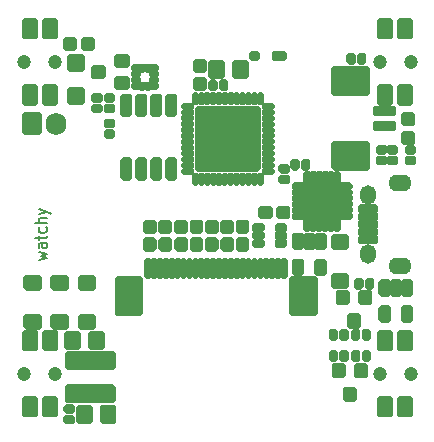
<source format=gbr>
G04 #@! TF.GenerationSoftware,KiCad,Pcbnew,(5.1.8)-1*
G04 #@! TF.CreationDate,2020-12-20T18:41:57-05:00*
G04 #@! TF.ProjectId,Watchy,57617463-6879-42e6-9b69-6361645f7063,rev?*
G04 #@! TF.SameCoordinates,Original*
G04 #@! TF.FileFunction,Soldermask,Top*
G04 #@! TF.FilePolarity,Negative*
%FSLAX46Y46*%
G04 Gerber Fmt 4.6, Leading zero omitted, Abs format (unit mm)*
G04 Created by KiCad (PCBNEW (5.1.8)-1) date 2020-12-20 18:41:57*
%MOMM*%
%LPD*%
G01*
G04 APERTURE LIST*
%ADD10C,0.150000*%
%ADD11O,1.350000X1.650000*%
%ADD12O,1.950000X1.400000*%
%ADD13C,1.200000*%
%ADD14O,1.750000X1.900000*%
G04 APERTURE END LIST*
D10*
X70465714Y-96692857D02*
X71132380Y-96521428D01*
X70656190Y-96350000D01*
X71132380Y-96178571D01*
X70465714Y-96007142D01*
X71132380Y-95278571D02*
X70608571Y-95278571D01*
X70513333Y-95321428D01*
X70465714Y-95407142D01*
X70465714Y-95578571D01*
X70513333Y-95664285D01*
X71084761Y-95278571D02*
X71132380Y-95364285D01*
X71132380Y-95578571D01*
X71084761Y-95664285D01*
X70989523Y-95707142D01*
X70894285Y-95707142D01*
X70799047Y-95664285D01*
X70751428Y-95578571D01*
X70751428Y-95364285D01*
X70703809Y-95278571D01*
X70465714Y-94978571D02*
X70465714Y-94635714D01*
X70132380Y-94850000D02*
X70989523Y-94850000D01*
X71084761Y-94807142D01*
X71132380Y-94721428D01*
X71132380Y-94635714D01*
X71084761Y-93950000D02*
X71132380Y-94035714D01*
X71132380Y-94207142D01*
X71084761Y-94292857D01*
X71037142Y-94335714D01*
X70941904Y-94378571D01*
X70656190Y-94378571D01*
X70560952Y-94335714D01*
X70513333Y-94292857D01*
X70465714Y-94207142D01*
X70465714Y-94035714D01*
X70513333Y-93950000D01*
X71132380Y-93564285D02*
X70132380Y-93564285D01*
X71132380Y-93178571D02*
X70608571Y-93178571D01*
X70513333Y-93221428D01*
X70465714Y-93307142D01*
X70465714Y-93435714D01*
X70513333Y-93521428D01*
X70560952Y-93564285D01*
X70465714Y-92835714D02*
X71132380Y-92621428D01*
X70465714Y-92407142D02*
X71132380Y-92621428D01*
X71370476Y-92707142D01*
X71418095Y-92750000D01*
X71465714Y-92835714D01*
D11*
X98350000Y-91180000D03*
X98350000Y-96180000D03*
D12*
X101050000Y-90180000D03*
X101050000Y-97180000D03*
G36*
G01*
X99225000Y-94780000D02*
X99225000Y-95180000D01*
G75*
G02*
X99025000Y-95380000I-200000J0D01*
G01*
X97675000Y-95380000D01*
G75*
G02*
X97475000Y-95180000I0J200000D01*
G01*
X97475000Y-94780000D01*
G75*
G02*
X97675000Y-94580000I200000J0D01*
G01*
X99025000Y-94580000D01*
G75*
G02*
X99225000Y-94780000I0J-200000D01*
G01*
G37*
G36*
G01*
X99225000Y-94130000D02*
X99225000Y-94530000D01*
G75*
G02*
X99025000Y-94730000I-200000J0D01*
G01*
X97675000Y-94730000D01*
G75*
G02*
X97475000Y-94530000I0J200000D01*
G01*
X97475000Y-94130000D01*
G75*
G02*
X97675000Y-93930000I200000J0D01*
G01*
X99025000Y-93930000D01*
G75*
G02*
X99225000Y-94130000I0J-200000D01*
G01*
G37*
G36*
G01*
X99225000Y-93480000D02*
X99225000Y-93880000D01*
G75*
G02*
X99025000Y-94080000I-200000J0D01*
G01*
X97675000Y-94080000D01*
G75*
G02*
X97475000Y-93880000I0J200000D01*
G01*
X97475000Y-93480000D01*
G75*
G02*
X97675000Y-93280000I200000J0D01*
G01*
X99025000Y-93280000D01*
G75*
G02*
X99225000Y-93480000I0J-200000D01*
G01*
G37*
G36*
G01*
X99225000Y-92830000D02*
X99225000Y-93230000D01*
G75*
G02*
X99025000Y-93430000I-200000J0D01*
G01*
X97675000Y-93430000D01*
G75*
G02*
X97475000Y-93230000I0J200000D01*
G01*
X97475000Y-92830000D01*
G75*
G02*
X97675000Y-92630000I200000J0D01*
G01*
X99025000Y-92630000D01*
G75*
G02*
X99225000Y-92830000I0J-200000D01*
G01*
G37*
G36*
G01*
X99225000Y-92180000D02*
X99225000Y-92580000D01*
G75*
G02*
X99025000Y-92780000I-200000J0D01*
G01*
X97675000Y-92780000D01*
G75*
G02*
X97475000Y-92580000I0J200000D01*
G01*
X97475000Y-92180000D01*
G75*
G02*
X97675000Y-91980000I200000J0D01*
G01*
X99025000Y-91980000D01*
G75*
G02*
X99225000Y-92180000I0J-200000D01*
G01*
G37*
D11*
X98350000Y-96180000D03*
X98350000Y-91180000D03*
D12*
X101050000Y-97180000D03*
X101050000Y-90180000D03*
G36*
G01*
X72510000Y-78775000D02*
X72510000Y-78025000D01*
G75*
G02*
X72710000Y-77825000I200000J0D01*
G01*
X73510000Y-77825000D01*
G75*
G02*
X73710000Y-78025000I0J-200000D01*
G01*
X73710000Y-78775000D01*
G75*
G02*
X73510000Y-78975000I-200000J0D01*
G01*
X72710000Y-78975000D01*
G75*
G02*
X72510000Y-78775000I0J200000D01*
G01*
G37*
G36*
G01*
X74010000Y-78775000D02*
X74010000Y-78025000D01*
G75*
G02*
X74210000Y-77825000I200000J0D01*
G01*
X75010000Y-77825000D01*
G75*
G02*
X75210000Y-78025000I0J-200000D01*
G01*
X75210000Y-78775000D01*
G75*
G02*
X75010000Y-78975000I-200000J0D01*
G01*
X74210000Y-78975000D01*
G75*
G02*
X74010000Y-78775000I0J200000D01*
G01*
G37*
G36*
G01*
X70230000Y-83630000D02*
X69230000Y-83630000D01*
G75*
G02*
X69030000Y-83430000I0J200000D01*
G01*
X69030000Y-82030000D01*
G75*
G02*
X69230000Y-81830000I200000J0D01*
G01*
X70230000Y-81830000D01*
G75*
G02*
X70430000Y-82030000I0J-200000D01*
G01*
X70430000Y-83430000D01*
G75*
G02*
X70230000Y-83630000I-200000J0D01*
G01*
G37*
G36*
G01*
X70230000Y-78030000D02*
X69230000Y-78030000D01*
G75*
G02*
X69030000Y-77830000I0J200000D01*
G01*
X69030000Y-76430000D01*
G75*
G02*
X69230000Y-76230000I200000J0D01*
G01*
X70230000Y-76230000D01*
G75*
G02*
X70430000Y-76430000I0J-200000D01*
G01*
X70430000Y-77830000D01*
G75*
G02*
X70230000Y-78030000I-200000J0D01*
G01*
G37*
G36*
G01*
X71930000Y-83630000D02*
X70930000Y-83630000D01*
G75*
G02*
X70730000Y-83430000I0J200000D01*
G01*
X70730000Y-82030000D01*
G75*
G02*
X70930000Y-81830000I200000J0D01*
G01*
X71930000Y-81830000D01*
G75*
G02*
X72130000Y-82030000I0J-200000D01*
G01*
X72130000Y-83430000D01*
G75*
G02*
X71930000Y-83630000I-200000J0D01*
G01*
G37*
G36*
G01*
X71930000Y-78030000D02*
X70930000Y-78030000D01*
G75*
G02*
X70730000Y-77830000I0J200000D01*
G01*
X70730000Y-76430000D01*
G75*
G02*
X70930000Y-76230000I200000J0D01*
G01*
X71930000Y-76230000D01*
G75*
G02*
X72130000Y-76430000I0J-200000D01*
G01*
X72130000Y-77830000D01*
G75*
G02*
X71930000Y-78030000I-200000J0D01*
G01*
G37*
D13*
X69230000Y-79930000D03*
X71830000Y-79930000D03*
G36*
G01*
X70230000Y-110030000D02*
X69230000Y-110030000D01*
G75*
G02*
X69030000Y-109830000I0J200000D01*
G01*
X69030000Y-108430000D01*
G75*
G02*
X69230000Y-108230000I200000J0D01*
G01*
X70230000Y-108230000D01*
G75*
G02*
X70430000Y-108430000I0J-200000D01*
G01*
X70430000Y-109830000D01*
G75*
G02*
X70230000Y-110030000I-200000J0D01*
G01*
G37*
G36*
G01*
X70230000Y-104430000D02*
X69230000Y-104430000D01*
G75*
G02*
X69030000Y-104230000I0J200000D01*
G01*
X69030000Y-102830000D01*
G75*
G02*
X69230000Y-102630000I200000J0D01*
G01*
X70230000Y-102630000D01*
G75*
G02*
X70430000Y-102830000I0J-200000D01*
G01*
X70430000Y-104230000D01*
G75*
G02*
X70230000Y-104430000I-200000J0D01*
G01*
G37*
G36*
G01*
X71930000Y-110030000D02*
X70930000Y-110030000D01*
G75*
G02*
X70730000Y-109830000I0J200000D01*
G01*
X70730000Y-108430000D01*
G75*
G02*
X70930000Y-108230000I200000J0D01*
G01*
X71930000Y-108230000D01*
G75*
G02*
X72130000Y-108430000I0J-200000D01*
G01*
X72130000Y-109830000D01*
G75*
G02*
X71930000Y-110030000I-200000J0D01*
G01*
G37*
G36*
G01*
X71930000Y-104430000D02*
X70930000Y-104430000D01*
G75*
G02*
X70730000Y-104230000I0J200000D01*
G01*
X70730000Y-102830000D01*
G75*
G02*
X70930000Y-102630000I200000J0D01*
G01*
X71930000Y-102630000D01*
G75*
G02*
X72130000Y-102830000I0J-200000D01*
G01*
X72130000Y-104230000D01*
G75*
G02*
X71930000Y-104430000I-200000J0D01*
G01*
G37*
X69230000Y-106330000D03*
X71830000Y-106330000D03*
G36*
G01*
X100970000Y-76230000D02*
X101970000Y-76230000D01*
G75*
G02*
X102170000Y-76430000I0J-200000D01*
G01*
X102170000Y-77830000D01*
G75*
G02*
X101970000Y-78030000I-200000J0D01*
G01*
X100970000Y-78030000D01*
G75*
G02*
X100770000Y-77830000I0J200000D01*
G01*
X100770000Y-76430000D01*
G75*
G02*
X100970000Y-76230000I200000J0D01*
G01*
G37*
G36*
G01*
X100970000Y-81830000D02*
X101970000Y-81830000D01*
G75*
G02*
X102170000Y-82030000I0J-200000D01*
G01*
X102170000Y-83430000D01*
G75*
G02*
X101970000Y-83630000I-200000J0D01*
G01*
X100970000Y-83630000D01*
G75*
G02*
X100770000Y-83430000I0J200000D01*
G01*
X100770000Y-82030000D01*
G75*
G02*
X100970000Y-81830000I200000J0D01*
G01*
G37*
G36*
G01*
X99270000Y-76230000D02*
X100270000Y-76230000D01*
G75*
G02*
X100470000Y-76430000I0J-200000D01*
G01*
X100470000Y-77830000D01*
G75*
G02*
X100270000Y-78030000I-200000J0D01*
G01*
X99270000Y-78030000D01*
G75*
G02*
X99070000Y-77830000I0J200000D01*
G01*
X99070000Y-76430000D01*
G75*
G02*
X99270000Y-76230000I200000J0D01*
G01*
G37*
G36*
G01*
X99270000Y-81830000D02*
X100270000Y-81830000D01*
G75*
G02*
X100470000Y-82030000I0J-200000D01*
G01*
X100470000Y-83430000D01*
G75*
G02*
X100270000Y-83630000I-200000J0D01*
G01*
X99270000Y-83630000D01*
G75*
G02*
X99070000Y-83430000I0J200000D01*
G01*
X99070000Y-82030000D01*
G75*
G02*
X99270000Y-81830000I200000J0D01*
G01*
G37*
X101970000Y-79930000D03*
X99370000Y-79930000D03*
G36*
G01*
X100970000Y-102630000D02*
X101970000Y-102630000D01*
G75*
G02*
X102170000Y-102830000I0J-200000D01*
G01*
X102170000Y-104230000D01*
G75*
G02*
X101970000Y-104430000I-200000J0D01*
G01*
X100970000Y-104430000D01*
G75*
G02*
X100770000Y-104230000I0J200000D01*
G01*
X100770000Y-102830000D01*
G75*
G02*
X100970000Y-102630000I200000J0D01*
G01*
G37*
G36*
G01*
X100970000Y-108230000D02*
X101970000Y-108230000D01*
G75*
G02*
X102170000Y-108430000I0J-200000D01*
G01*
X102170000Y-109830000D01*
G75*
G02*
X101970000Y-110030000I-200000J0D01*
G01*
X100970000Y-110030000D01*
G75*
G02*
X100770000Y-109830000I0J200000D01*
G01*
X100770000Y-108430000D01*
G75*
G02*
X100970000Y-108230000I200000J0D01*
G01*
G37*
G36*
G01*
X99270000Y-102630000D02*
X100270000Y-102630000D01*
G75*
G02*
X100470000Y-102830000I0J-200000D01*
G01*
X100470000Y-104230000D01*
G75*
G02*
X100270000Y-104430000I-200000J0D01*
G01*
X99270000Y-104430000D01*
G75*
G02*
X99070000Y-104230000I0J200000D01*
G01*
X99070000Y-102830000D01*
G75*
G02*
X99270000Y-102630000I200000J0D01*
G01*
G37*
G36*
G01*
X99270000Y-108230000D02*
X100270000Y-108230000D01*
G75*
G02*
X100470000Y-108430000I0J-200000D01*
G01*
X100470000Y-109830000D01*
G75*
G02*
X100270000Y-110030000I-200000J0D01*
G01*
X99270000Y-110030000D01*
G75*
G02*
X99070000Y-109830000I0J200000D01*
G01*
X99070000Y-108430000D01*
G75*
G02*
X99270000Y-108230000I200000J0D01*
G01*
G37*
X101970000Y-106330000D03*
X99370000Y-106330000D03*
G36*
G01*
X79535000Y-81595000D02*
X79885000Y-81595000D01*
G75*
G02*
X80085000Y-81795000I0J-200000D01*
G01*
X80085000Y-82170000D01*
G75*
G02*
X79885000Y-82370000I-200000J0D01*
G01*
X79535000Y-82370000D01*
G75*
G02*
X79335000Y-82170000I0J200000D01*
G01*
X79335000Y-81795000D01*
G75*
G02*
X79535000Y-81595000I200000J0D01*
G01*
G37*
G36*
G01*
X79035000Y-81595000D02*
X79385000Y-81595000D01*
G75*
G02*
X79585000Y-81795000I0J-200000D01*
G01*
X79585000Y-82170000D01*
G75*
G02*
X79385000Y-82370000I-200000J0D01*
G01*
X79035000Y-82370000D01*
G75*
G02*
X78835000Y-82170000I0J200000D01*
G01*
X78835000Y-81795000D01*
G75*
G02*
X79035000Y-81595000I200000J0D01*
G01*
G37*
G36*
G01*
X79035000Y-80070000D02*
X79385000Y-80070000D01*
G75*
G02*
X79585000Y-80270000I0J-200000D01*
G01*
X79585000Y-80645000D01*
G75*
G02*
X79385000Y-80845000I-200000J0D01*
G01*
X79035000Y-80845000D01*
G75*
G02*
X78835000Y-80645000I0J200000D01*
G01*
X78835000Y-80270000D01*
G75*
G02*
X79035000Y-80070000I200000J0D01*
G01*
G37*
G36*
G01*
X79535000Y-80070000D02*
X79885000Y-80070000D01*
G75*
G02*
X80085000Y-80270000I0J-200000D01*
G01*
X80085000Y-80645000D01*
G75*
G02*
X79885000Y-80845000I-200000J0D01*
G01*
X79535000Y-80845000D01*
G75*
G02*
X79335000Y-80645000I0J200000D01*
G01*
X79335000Y-80270000D01*
G75*
G02*
X79535000Y-80070000I200000J0D01*
G01*
G37*
G36*
G01*
X79085000Y-81795000D02*
X79085000Y-82145000D01*
G75*
G02*
X78885000Y-82345000I-200000J0D01*
G01*
X78510000Y-82345000D01*
G75*
G02*
X78310000Y-82145000I0J200000D01*
G01*
X78310000Y-81795000D01*
G75*
G02*
X78510000Y-81595000I200000J0D01*
G01*
X78885000Y-81595000D01*
G75*
G02*
X79085000Y-81795000I0J-200000D01*
G01*
G37*
G36*
G01*
X80610000Y-81795000D02*
X80610000Y-82145000D01*
G75*
G02*
X80410000Y-82345000I-200000J0D01*
G01*
X80035000Y-82345000D01*
G75*
G02*
X79835000Y-82145000I0J200000D01*
G01*
X79835000Y-81795000D01*
G75*
G02*
X80035000Y-81595000I200000J0D01*
G01*
X80410000Y-81595000D01*
G75*
G02*
X80610000Y-81795000I0J-200000D01*
G01*
G37*
G36*
G01*
X79085000Y-80295000D02*
X79085000Y-80645000D01*
G75*
G02*
X78885000Y-80845000I-200000J0D01*
G01*
X78510000Y-80845000D01*
G75*
G02*
X78310000Y-80645000I0J200000D01*
G01*
X78310000Y-80295000D01*
G75*
G02*
X78510000Y-80095000I200000J0D01*
G01*
X78885000Y-80095000D01*
G75*
G02*
X79085000Y-80295000I0J-200000D01*
G01*
G37*
G36*
G01*
X80610000Y-80295000D02*
X80610000Y-80645000D01*
G75*
G02*
X80410000Y-80845000I-200000J0D01*
G01*
X80035000Y-80845000D01*
G75*
G02*
X79835000Y-80645000I0J200000D01*
G01*
X79835000Y-80295000D01*
G75*
G02*
X80035000Y-80095000I200000J0D01*
G01*
X80410000Y-80095000D01*
G75*
G02*
X80610000Y-80295000I0J-200000D01*
G01*
G37*
G36*
G01*
X79085000Y-80795000D02*
X79085000Y-81145000D01*
G75*
G02*
X78885000Y-81345000I-200000J0D01*
G01*
X78510000Y-81345000D01*
G75*
G02*
X78310000Y-81145000I0J200000D01*
G01*
X78310000Y-80795000D01*
G75*
G02*
X78510000Y-80595000I200000J0D01*
G01*
X78885000Y-80595000D01*
G75*
G02*
X79085000Y-80795000I0J-200000D01*
G01*
G37*
G36*
G01*
X79085000Y-81295000D02*
X79085000Y-81645000D01*
G75*
G02*
X78885000Y-81845000I-200000J0D01*
G01*
X78510000Y-81845000D01*
G75*
G02*
X78310000Y-81645000I0J200000D01*
G01*
X78310000Y-81295000D01*
G75*
G02*
X78510000Y-81095000I200000J0D01*
G01*
X78885000Y-81095000D01*
G75*
G02*
X79085000Y-81295000I0J-200000D01*
G01*
G37*
G36*
G01*
X80610000Y-80795000D02*
X80610000Y-81145000D01*
G75*
G02*
X80410000Y-81345000I-200000J0D01*
G01*
X80035000Y-81345000D01*
G75*
G02*
X79835000Y-81145000I0J200000D01*
G01*
X79835000Y-80795000D01*
G75*
G02*
X80035000Y-80595000I200000J0D01*
G01*
X80410000Y-80595000D01*
G75*
G02*
X80610000Y-80795000I0J-200000D01*
G01*
G37*
G36*
G01*
X80610000Y-81295000D02*
X80610000Y-81645000D01*
G75*
G02*
X80410000Y-81845000I-200000J0D01*
G01*
X80035000Y-81845000D01*
G75*
G02*
X79835000Y-81645000I0J200000D01*
G01*
X79835000Y-81295000D01*
G75*
G02*
X80035000Y-81095000I200000J0D01*
G01*
X80410000Y-81095000D01*
G75*
G02*
X80610000Y-81295000I0J-200000D01*
G01*
G37*
G36*
G01*
X76875000Y-101270000D02*
X76875000Y-98270000D01*
G75*
G02*
X77075000Y-98070000I200000J0D01*
G01*
X79075000Y-98070000D01*
G75*
G02*
X79275000Y-98270000I0J-200000D01*
G01*
X79275000Y-101270000D01*
G75*
G02*
X79075000Y-101470000I-200000J0D01*
G01*
X77075000Y-101470000D01*
G75*
G02*
X76875000Y-101270000I0J200000D01*
G01*
G37*
G36*
G01*
X91675000Y-101270000D02*
X91675000Y-98270000D01*
G75*
G02*
X91875000Y-98070000I200000J0D01*
G01*
X93875000Y-98070000D01*
G75*
G02*
X94075000Y-98270000I0J-200000D01*
G01*
X94075000Y-101270000D01*
G75*
G02*
X93875000Y-101470000I-200000J0D01*
G01*
X91875000Y-101470000D01*
G75*
G02*
X91675000Y-101270000I0J200000D01*
G01*
G37*
G36*
G01*
X90875000Y-98070000D02*
X90875000Y-96770000D01*
G75*
G02*
X91075000Y-96570000I200000J0D01*
G01*
X91375000Y-96570000D01*
G75*
G02*
X91575000Y-96770000I0J-200000D01*
G01*
X91575000Y-98070000D01*
G75*
G02*
X91375000Y-98270000I-200000J0D01*
G01*
X91075000Y-98270000D01*
G75*
G02*
X90875000Y-98070000I0J200000D01*
G01*
G37*
G36*
G01*
X90375000Y-98070000D02*
X90375000Y-96770000D01*
G75*
G02*
X90575000Y-96570000I200000J0D01*
G01*
X90875000Y-96570000D01*
G75*
G02*
X91075000Y-96770000I0J-200000D01*
G01*
X91075000Y-98070000D01*
G75*
G02*
X90875000Y-98270000I-200000J0D01*
G01*
X90575000Y-98270000D01*
G75*
G02*
X90375000Y-98070000I0J200000D01*
G01*
G37*
G36*
G01*
X89875000Y-98070000D02*
X89875000Y-96770000D01*
G75*
G02*
X90075000Y-96570000I200000J0D01*
G01*
X90375000Y-96570000D01*
G75*
G02*
X90575000Y-96770000I0J-200000D01*
G01*
X90575000Y-98070000D01*
G75*
G02*
X90375000Y-98270000I-200000J0D01*
G01*
X90075000Y-98270000D01*
G75*
G02*
X89875000Y-98070000I0J200000D01*
G01*
G37*
G36*
G01*
X89375000Y-98070000D02*
X89375000Y-96770000D01*
G75*
G02*
X89575000Y-96570000I200000J0D01*
G01*
X89875000Y-96570000D01*
G75*
G02*
X90075000Y-96770000I0J-200000D01*
G01*
X90075000Y-98070000D01*
G75*
G02*
X89875000Y-98270000I-200000J0D01*
G01*
X89575000Y-98270000D01*
G75*
G02*
X89375000Y-98070000I0J200000D01*
G01*
G37*
G36*
G01*
X88875000Y-98070000D02*
X88875000Y-96770000D01*
G75*
G02*
X89075000Y-96570000I200000J0D01*
G01*
X89375000Y-96570000D01*
G75*
G02*
X89575000Y-96770000I0J-200000D01*
G01*
X89575000Y-98070000D01*
G75*
G02*
X89375000Y-98270000I-200000J0D01*
G01*
X89075000Y-98270000D01*
G75*
G02*
X88875000Y-98070000I0J200000D01*
G01*
G37*
G36*
G01*
X88375000Y-98070000D02*
X88375000Y-96770000D01*
G75*
G02*
X88575000Y-96570000I200000J0D01*
G01*
X88875000Y-96570000D01*
G75*
G02*
X89075000Y-96770000I0J-200000D01*
G01*
X89075000Y-98070000D01*
G75*
G02*
X88875000Y-98270000I-200000J0D01*
G01*
X88575000Y-98270000D01*
G75*
G02*
X88375000Y-98070000I0J200000D01*
G01*
G37*
G36*
G01*
X87875000Y-98070000D02*
X87875000Y-96770000D01*
G75*
G02*
X88075000Y-96570000I200000J0D01*
G01*
X88375000Y-96570000D01*
G75*
G02*
X88575000Y-96770000I0J-200000D01*
G01*
X88575000Y-98070000D01*
G75*
G02*
X88375000Y-98270000I-200000J0D01*
G01*
X88075000Y-98270000D01*
G75*
G02*
X87875000Y-98070000I0J200000D01*
G01*
G37*
G36*
G01*
X87375000Y-98070000D02*
X87375000Y-96770000D01*
G75*
G02*
X87575000Y-96570000I200000J0D01*
G01*
X87875000Y-96570000D01*
G75*
G02*
X88075000Y-96770000I0J-200000D01*
G01*
X88075000Y-98070000D01*
G75*
G02*
X87875000Y-98270000I-200000J0D01*
G01*
X87575000Y-98270000D01*
G75*
G02*
X87375000Y-98070000I0J200000D01*
G01*
G37*
G36*
G01*
X82875000Y-98070000D02*
X82875000Y-96770000D01*
G75*
G02*
X83075000Y-96570000I200000J0D01*
G01*
X83375000Y-96570000D01*
G75*
G02*
X83575000Y-96770000I0J-200000D01*
G01*
X83575000Y-98070000D01*
G75*
G02*
X83375000Y-98270000I-200000J0D01*
G01*
X83075000Y-98270000D01*
G75*
G02*
X82875000Y-98070000I0J200000D01*
G01*
G37*
G36*
G01*
X82375000Y-98070000D02*
X82375000Y-96770000D01*
G75*
G02*
X82575000Y-96570000I200000J0D01*
G01*
X82875000Y-96570000D01*
G75*
G02*
X83075000Y-96770000I0J-200000D01*
G01*
X83075000Y-98070000D01*
G75*
G02*
X82875000Y-98270000I-200000J0D01*
G01*
X82575000Y-98270000D01*
G75*
G02*
X82375000Y-98070000I0J200000D01*
G01*
G37*
G36*
G01*
X81875000Y-98070000D02*
X81875000Y-96770000D01*
G75*
G02*
X82075000Y-96570000I200000J0D01*
G01*
X82375000Y-96570000D01*
G75*
G02*
X82575000Y-96770000I0J-200000D01*
G01*
X82575000Y-98070000D01*
G75*
G02*
X82375000Y-98270000I-200000J0D01*
G01*
X82075000Y-98270000D01*
G75*
G02*
X81875000Y-98070000I0J200000D01*
G01*
G37*
G36*
G01*
X79875000Y-98070000D02*
X79875000Y-96770000D01*
G75*
G02*
X80075000Y-96570000I200000J0D01*
G01*
X80375000Y-96570000D01*
G75*
G02*
X80575000Y-96770000I0J-200000D01*
G01*
X80575000Y-98070000D01*
G75*
G02*
X80375000Y-98270000I-200000J0D01*
G01*
X80075000Y-98270000D01*
G75*
G02*
X79875000Y-98070000I0J200000D01*
G01*
G37*
G36*
G01*
X79375000Y-98070000D02*
X79375000Y-96770000D01*
G75*
G02*
X79575000Y-96570000I200000J0D01*
G01*
X79875000Y-96570000D01*
G75*
G02*
X80075000Y-96770000I0J-200000D01*
G01*
X80075000Y-98070000D01*
G75*
G02*
X79875000Y-98270000I-200000J0D01*
G01*
X79575000Y-98270000D01*
G75*
G02*
X79375000Y-98070000I0J200000D01*
G01*
G37*
G36*
G01*
X80375000Y-98070000D02*
X80375000Y-96770000D01*
G75*
G02*
X80575000Y-96570000I200000J0D01*
G01*
X80875000Y-96570000D01*
G75*
G02*
X81075000Y-96770000I0J-200000D01*
G01*
X81075000Y-98070000D01*
G75*
G02*
X80875000Y-98270000I-200000J0D01*
G01*
X80575000Y-98270000D01*
G75*
G02*
X80375000Y-98070000I0J200000D01*
G01*
G37*
G36*
G01*
X80875000Y-98070000D02*
X80875000Y-96770000D01*
G75*
G02*
X81075000Y-96570000I200000J0D01*
G01*
X81375000Y-96570000D01*
G75*
G02*
X81575000Y-96770000I0J-200000D01*
G01*
X81575000Y-98070000D01*
G75*
G02*
X81375000Y-98270000I-200000J0D01*
G01*
X81075000Y-98270000D01*
G75*
G02*
X80875000Y-98070000I0J200000D01*
G01*
G37*
G36*
G01*
X81375000Y-98070000D02*
X81375000Y-96770000D01*
G75*
G02*
X81575000Y-96570000I200000J0D01*
G01*
X81875000Y-96570000D01*
G75*
G02*
X82075000Y-96770000I0J-200000D01*
G01*
X82075000Y-98070000D01*
G75*
G02*
X81875000Y-98270000I-200000J0D01*
G01*
X81575000Y-98270000D01*
G75*
G02*
X81375000Y-98070000I0J200000D01*
G01*
G37*
G36*
G01*
X85375000Y-98070000D02*
X85375000Y-96770000D01*
G75*
G02*
X85575000Y-96570000I200000J0D01*
G01*
X85875000Y-96570000D01*
G75*
G02*
X86075000Y-96770000I0J-200000D01*
G01*
X86075000Y-98070000D01*
G75*
G02*
X85875000Y-98270000I-200000J0D01*
G01*
X85575000Y-98270000D01*
G75*
G02*
X85375000Y-98070000I0J200000D01*
G01*
G37*
G36*
G01*
X84875000Y-98070000D02*
X84875000Y-96770000D01*
G75*
G02*
X85075000Y-96570000I200000J0D01*
G01*
X85375000Y-96570000D01*
G75*
G02*
X85575000Y-96770000I0J-200000D01*
G01*
X85575000Y-98070000D01*
G75*
G02*
X85375000Y-98270000I-200000J0D01*
G01*
X85075000Y-98270000D01*
G75*
G02*
X84875000Y-98070000I0J200000D01*
G01*
G37*
G36*
G01*
X84375000Y-98070000D02*
X84375000Y-96770000D01*
G75*
G02*
X84575000Y-96570000I200000J0D01*
G01*
X84875000Y-96570000D01*
G75*
G02*
X85075000Y-96770000I0J-200000D01*
G01*
X85075000Y-98070000D01*
G75*
G02*
X84875000Y-98270000I-200000J0D01*
G01*
X84575000Y-98270000D01*
G75*
G02*
X84375000Y-98070000I0J200000D01*
G01*
G37*
G36*
G01*
X83375000Y-98070000D02*
X83375000Y-96770000D01*
G75*
G02*
X83575000Y-96570000I200000J0D01*
G01*
X83875000Y-96570000D01*
G75*
G02*
X84075000Y-96770000I0J-200000D01*
G01*
X84075000Y-98070000D01*
G75*
G02*
X83875000Y-98270000I-200000J0D01*
G01*
X83575000Y-98270000D01*
G75*
G02*
X83375000Y-98070000I0J200000D01*
G01*
G37*
G36*
G01*
X83875000Y-98070000D02*
X83875000Y-96770000D01*
G75*
G02*
X84075000Y-96570000I200000J0D01*
G01*
X84375000Y-96570000D01*
G75*
G02*
X84575000Y-96770000I0J-200000D01*
G01*
X84575000Y-98070000D01*
G75*
G02*
X84375000Y-98270000I-200000J0D01*
G01*
X84075000Y-98270000D01*
G75*
G02*
X83875000Y-98070000I0J200000D01*
G01*
G37*
G36*
G01*
X85875000Y-98070000D02*
X85875000Y-96770000D01*
G75*
G02*
X86075000Y-96570000I200000J0D01*
G01*
X86375000Y-96570000D01*
G75*
G02*
X86575000Y-96770000I0J-200000D01*
G01*
X86575000Y-98070000D01*
G75*
G02*
X86375000Y-98270000I-200000J0D01*
G01*
X86075000Y-98270000D01*
G75*
G02*
X85875000Y-98070000I0J200000D01*
G01*
G37*
G36*
G01*
X86375000Y-98070000D02*
X86375000Y-96770000D01*
G75*
G02*
X86575000Y-96570000I200000J0D01*
G01*
X86875000Y-96570000D01*
G75*
G02*
X87075000Y-96770000I0J-200000D01*
G01*
X87075000Y-98070000D01*
G75*
G02*
X86875000Y-98270000I-200000J0D01*
G01*
X86575000Y-98270000D01*
G75*
G02*
X86375000Y-98070000I0J200000D01*
G01*
G37*
G36*
G01*
X86875000Y-98070000D02*
X86875000Y-96770000D01*
G75*
G02*
X87075000Y-96570000I200000J0D01*
G01*
X87375000Y-96570000D01*
G75*
G02*
X87575000Y-96770000I0J-200000D01*
G01*
X87575000Y-98070000D01*
G75*
G02*
X87375000Y-98270000I-200000J0D01*
G01*
X87075000Y-98270000D01*
G75*
G02*
X86875000Y-98070000I0J200000D01*
G01*
G37*
G36*
G01*
X98330000Y-89127000D02*
X95430000Y-89127000D01*
G75*
G02*
X95230000Y-88927000I0J200000D01*
G01*
X95230000Y-86827000D01*
G75*
G02*
X95430000Y-86627000I200000J0D01*
G01*
X98330000Y-86627000D01*
G75*
G02*
X98530000Y-86827000I0J-200000D01*
G01*
X98530000Y-88927000D01*
G75*
G02*
X98330000Y-89127000I-200000J0D01*
G01*
G37*
G36*
G01*
X98330000Y-82795000D02*
X95430000Y-82795000D01*
G75*
G02*
X95230000Y-82595000I0J200000D01*
G01*
X95230000Y-80495000D01*
G75*
G02*
X95430000Y-80295000I200000J0D01*
G01*
X98330000Y-80295000D01*
G75*
G02*
X98530000Y-80495000I0J-200000D01*
G01*
X98530000Y-82595000D01*
G75*
G02*
X98330000Y-82795000I-200000J0D01*
G01*
G37*
G36*
G01*
X100530000Y-84545000D02*
X98930000Y-84545000D01*
G75*
G02*
X98730000Y-84345000I0J200000D01*
G01*
X98730000Y-83845000D01*
G75*
G02*
X98930000Y-83645000I200000J0D01*
G01*
X100530000Y-83645000D01*
G75*
G02*
X100730000Y-83845000I0J-200000D01*
G01*
X100730000Y-84345000D01*
G75*
G02*
X100530000Y-84545000I-200000J0D01*
G01*
G37*
G36*
G01*
X100530000Y-85795000D02*
X98930000Y-85795000D01*
G75*
G02*
X98730000Y-85595000I0J200000D01*
G01*
X98730000Y-85095000D01*
G75*
G02*
X98930000Y-84895000I200000J0D01*
G01*
X100530000Y-84895000D01*
G75*
G02*
X100730000Y-85095000I0J-200000D01*
G01*
X100730000Y-85595000D01*
G75*
G02*
X100530000Y-85795000I-200000J0D01*
G01*
G37*
G36*
G01*
X100700000Y-88680000D02*
X100100000Y-88680000D01*
G75*
G02*
X99900000Y-88480000I0J200000D01*
G01*
X99900000Y-88080000D01*
G75*
G02*
X100100000Y-87880000I200000J0D01*
G01*
X100700000Y-87880000D01*
G75*
G02*
X100900000Y-88080000I0J-200000D01*
G01*
X100900000Y-88480000D01*
G75*
G02*
X100700000Y-88680000I-200000J0D01*
G01*
G37*
G36*
G01*
X100700000Y-87780000D02*
X100100000Y-87780000D01*
G75*
G02*
X99900000Y-87580000I0J200000D01*
G01*
X99900000Y-87180000D01*
G75*
G02*
X100100000Y-86980000I200000J0D01*
G01*
X100700000Y-86980000D01*
G75*
G02*
X100900000Y-87180000I0J-200000D01*
G01*
X100900000Y-87580000D01*
G75*
G02*
X100700000Y-87780000I-200000J0D01*
G01*
G37*
G36*
G01*
X92960000Y-91730000D02*
X92960000Y-90430000D01*
G75*
G02*
X93160000Y-90230000I200000J0D01*
G01*
X94460000Y-90230000D01*
G75*
G02*
X94660000Y-90430000I0J-200000D01*
G01*
X94660000Y-91730000D01*
G75*
G02*
X94460000Y-91930000I-200000J0D01*
G01*
X93160000Y-91930000D01*
G75*
G02*
X92960000Y-91730000I0J200000D01*
G01*
G37*
G36*
G01*
X92960000Y-93030000D02*
X92960000Y-91730000D01*
G75*
G02*
X93160000Y-91530000I200000J0D01*
G01*
X94460000Y-91530000D01*
G75*
G02*
X94660000Y-91730000I0J-200000D01*
G01*
X94660000Y-93030000D01*
G75*
G02*
X94460000Y-93230000I-200000J0D01*
G01*
X93160000Y-93230000D01*
G75*
G02*
X92960000Y-93030000I0J200000D01*
G01*
G37*
G36*
G01*
X94260000Y-91730000D02*
X94260000Y-90430000D01*
G75*
G02*
X94460000Y-90230000I200000J0D01*
G01*
X95760000Y-90230000D01*
G75*
G02*
X95960000Y-90430000I0J-200000D01*
G01*
X95960000Y-91730000D01*
G75*
G02*
X95760000Y-91930000I-200000J0D01*
G01*
X94460000Y-91930000D01*
G75*
G02*
X94260000Y-91730000I0J200000D01*
G01*
G37*
G36*
G01*
X94260000Y-93030000D02*
X94260000Y-91730000D01*
G75*
G02*
X94460000Y-91530000I200000J0D01*
G01*
X95760000Y-91530000D01*
G75*
G02*
X95960000Y-91730000I0J-200000D01*
G01*
X95960000Y-93030000D01*
G75*
G02*
X95760000Y-93230000I-200000J0D01*
G01*
X94460000Y-93230000D01*
G75*
G02*
X94260000Y-93030000I0J200000D01*
G01*
G37*
G36*
G01*
X93360000Y-90405000D02*
X93060000Y-90405000D01*
G75*
G02*
X92860000Y-90205000I0J200000D01*
G01*
X92860000Y-89355000D01*
G75*
G02*
X93060000Y-89155000I200000J0D01*
G01*
X93360000Y-89155000D01*
G75*
G02*
X93560000Y-89355000I0J-200000D01*
G01*
X93560000Y-90205000D01*
G75*
G02*
X93360000Y-90405000I-200000J0D01*
G01*
G37*
G36*
G01*
X93860000Y-90405000D02*
X93560000Y-90405000D01*
G75*
G02*
X93360000Y-90205000I0J200000D01*
G01*
X93360000Y-89355000D01*
G75*
G02*
X93560000Y-89155000I200000J0D01*
G01*
X93860000Y-89155000D01*
G75*
G02*
X94060000Y-89355000I0J-200000D01*
G01*
X94060000Y-90205000D01*
G75*
G02*
X93860000Y-90405000I-200000J0D01*
G01*
G37*
G36*
G01*
X94360000Y-90405000D02*
X94060000Y-90405000D01*
G75*
G02*
X93860000Y-90205000I0J200000D01*
G01*
X93860000Y-89355000D01*
G75*
G02*
X94060000Y-89155000I200000J0D01*
G01*
X94360000Y-89155000D01*
G75*
G02*
X94560000Y-89355000I0J-200000D01*
G01*
X94560000Y-90205000D01*
G75*
G02*
X94360000Y-90405000I-200000J0D01*
G01*
G37*
G36*
G01*
X94860000Y-90405000D02*
X94560000Y-90405000D01*
G75*
G02*
X94360000Y-90205000I0J200000D01*
G01*
X94360000Y-89355000D01*
G75*
G02*
X94560000Y-89155000I200000J0D01*
G01*
X94860000Y-89155000D01*
G75*
G02*
X95060000Y-89355000I0J-200000D01*
G01*
X95060000Y-90205000D01*
G75*
G02*
X94860000Y-90405000I-200000J0D01*
G01*
G37*
G36*
G01*
X95360000Y-90405000D02*
X95060000Y-90405000D01*
G75*
G02*
X94860000Y-90205000I0J200000D01*
G01*
X94860000Y-89355000D01*
G75*
G02*
X95060000Y-89155000I200000J0D01*
G01*
X95360000Y-89155000D01*
G75*
G02*
X95560000Y-89355000I0J-200000D01*
G01*
X95560000Y-90205000D01*
G75*
G02*
X95360000Y-90405000I-200000J0D01*
G01*
G37*
G36*
G01*
X95860000Y-90405000D02*
X95560000Y-90405000D01*
G75*
G02*
X95360000Y-90205000I0J200000D01*
G01*
X95360000Y-89355000D01*
G75*
G02*
X95560000Y-89155000I200000J0D01*
G01*
X95860000Y-89155000D01*
G75*
G02*
X96060000Y-89355000I0J-200000D01*
G01*
X96060000Y-90205000D01*
G75*
G02*
X95860000Y-90405000I-200000J0D01*
G01*
G37*
G36*
G01*
X95785000Y-90630000D02*
X95785000Y-90330000D01*
G75*
G02*
X95985000Y-90130000I200000J0D01*
G01*
X96835000Y-90130000D01*
G75*
G02*
X97035000Y-90330000I0J-200000D01*
G01*
X97035000Y-90630000D01*
G75*
G02*
X96835000Y-90830000I-200000J0D01*
G01*
X95985000Y-90830000D01*
G75*
G02*
X95785000Y-90630000I0J200000D01*
G01*
G37*
G36*
G01*
X95785000Y-91130000D02*
X95785000Y-90830000D01*
G75*
G02*
X95985000Y-90630000I200000J0D01*
G01*
X96835000Y-90630000D01*
G75*
G02*
X97035000Y-90830000I0J-200000D01*
G01*
X97035000Y-91130000D01*
G75*
G02*
X96835000Y-91330000I-200000J0D01*
G01*
X95985000Y-91330000D01*
G75*
G02*
X95785000Y-91130000I0J200000D01*
G01*
G37*
G36*
G01*
X95785000Y-91630000D02*
X95785000Y-91330000D01*
G75*
G02*
X95985000Y-91130000I200000J0D01*
G01*
X96835000Y-91130000D01*
G75*
G02*
X97035000Y-91330000I0J-200000D01*
G01*
X97035000Y-91630000D01*
G75*
G02*
X96835000Y-91830000I-200000J0D01*
G01*
X95985000Y-91830000D01*
G75*
G02*
X95785000Y-91630000I0J200000D01*
G01*
G37*
G36*
G01*
X95785000Y-92130000D02*
X95785000Y-91830000D01*
G75*
G02*
X95985000Y-91630000I200000J0D01*
G01*
X96835000Y-91630000D01*
G75*
G02*
X97035000Y-91830000I0J-200000D01*
G01*
X97035000Y-92130000D01*
G75*
G02*
X96835000Y-92330000I-200000J0D01*
G01*
X95985000Y-92330000D01*
G75*
G02*
X95785000Y-92130000I0J200000D01*
G01*
G37*
G36*
G01*
X95785000Y-92630000D02*
X95785000Y-92330000D01*
G75*
G02*
X95985000Y-92130000I200000J0D01*
G01*
X96835000Y-92130000D01*
G75*
G02*
X97035000Y-92330000I0J-200000D01*
G01*
X97035000Y-92630000D01*
G75*
G02*
X96835000Y-92830000I-200000J0D01*
G01*
X95985000Y-92830000D01*
G75*
G02*
X95785000Y-92630000I0J200000D01*
G01*
G37*
G36*
G01*
X95785000Y-93130000D02*
X95785000Y-92830000D01*
G75*
G02*
X95985000Y-92630000I200000J0D01*
G01*
X96835000Y-92630000D01*
G75*
G02*
X97035000Y-92830000I0J-200000D01*
G01*
X97035000Y-93130000D01*
G75*
G02*
X96835000Y-93330000I-200000J0D01*
G01*
X95985000Y-93330000D01*
G75*
G02*
X95785000Y-93130000I0J200000D01*
G01*
G37*
G36*
G01*
X95860000Y-94305000D02*
X95560000Y-94305000D01*
G75*
G02*
X95360000Y-94105000I0J200000D01*
G01*
X95360000Y-93255000D01*
G75*
G02*
X95560000Y-93055000I200000J0D01*
G01*
X95860000Y-93055000D01*
G75*
G02*
X96060000Y-93255000I0J-200000D01*
G01*
X96060000Y-94105000D01*
G75*
G02*
X95860000Y-94305000I-200000J0D01*
G01*
G37*
G36*
G01*
X95360000Y-94305000D02*
X95060000Y-94305000D01*
G75*
G02*
X94860000Y-94105000I0J200000D01*
G01*
X94860000Y-93255000D01*
G75*
G02*
X95060000Y-93055000I200000J0D01*
G01*
X95360000Y-93055000D01*
G75*
G02*
X95560000Y-93255000I0J-200000D01*
G01*
X95560000Y-94105000D01*
G75*
G02*
X95360000Y-94305000I-200000J0D01*
G01*
G37*
G36*
G01*
X94860000Y-94305000D02*
X94560000Y-94305000D01*
G75*
G02*
X94360000Y-94105000I0J200000D01*
G01*
X94360000Y-93255000D01*
G75*
G02*
X94560000Y-93055000I200000J0D01*
G01*
X94860000Y-93055000D01*
G75*
G02*
X95060000Y-93255000I0J-200000D01*
G01*
X95060000Y-94105000D01*
G75*
G02*
X94860000Y-94305000I-200000J0D01*
G01*
G37*
G36*
G01*
X94360000Y-94305000D02*
X94060000Y-94305000D01*
G75*
G02*
X93860000Y-94105000I0J200000D01*
G01*
X93860000Y-93255000D01*
G75*
G02*
X94060000Y-93055000I200000J0D01*
G01*
X94360000Y-93055000D01*
G75*
G02*
X94560000Y-93255000I0J-200000D01*
G01*
X94560000Y-94105000D01*
G75*
G02*
X94360000Y-94305000I-200000J0D01*
G01*
G37*
G36*
G01*
X93860000Y-94305000D02*
X93560000Y-94305000D01*
G75*
G02*
X93360000Y-94105000I0J200000D01*
G01*
X93360000Y-93255000D01*
G75*
G02*
X93560000Y-93055000I200000J0D01*
G01*
X93860000Y-93055000D01*
G75*
G02*
X94060000Y-93255000I0J-200000D01*
G01*
X94060000Y-94105000D01*
G75*
G02*
X93860000Y-94305000I-200000J0D01*
G01*
G37*
G36*
G01*
X93360000Y-94305000D02*
X93060000Y-94305000D01*
G75*
G02*
X92860000Y-94105000I0J200000D01*
G01*
X92860000Y-93255000D01*
G75*
G02*
X93060000Y-93055000I200000J0D01*
G01*
X93360000Y-93055000D01*
G75*
G02*
X93560000Y-93255000I0J-200000D01*
G01*
X93560000Y-94105000D01*
G75*
G02*
X93360000Y-94305000I-200000J0D01*
G01*
G37*
G36*
G01*
X91885000Y-93130000D02*
X91885000Y-92830000D01*
G75*
G02*
X92085000Y-92630000I200000J0D01*
G01*
X92935000Y-92630000D01*
G75*
G02*
X93135000Y-92830000I0J-200000D01*
G01*
X93135000Y-93130000D01*
G75*
G02*
X92935000Y-93330000I-200000J0D01*
G01*
X92085000Y-93330000D01*
G75*
G02*
X91885000Y-93130000I0J200000D01*
G01*
G37*
G36*
G01*
X91885000Y-92630000D02*
X91885000Y-92330000D01*
G75*
G02*
X92085000Y-92130000I200000J0D01*
G01*
X92935000Y-92130000D01*
G75*
G02*
X93135000Y-92330000I0J-200000D01*
G01*
X93135000Y-92630000D01*
G75*
G02*
X92935000Y-92830000I-200000J0D01*
G01*
X92085000Y-92830000D01*
G75*
G02*
X91885000Y-92630000I0J200000D01*
G01*
G37*
G36*
G01*
X91885000Y-92130000D02*
X91885000Y-91830000D01*
G75*
G02*
X92085000Y-91630000I200000J0D01*
G01*
X92935000Y-91630000D01*
G75*
G02*
X93135000Y-91830000I0J-200000D01*
G01*
X93135000Y-92130000D01*
G75*
G02*
X92935000Y-92330000I-200000J0D01*
G01*
X92085000Y-92330000D01*
G75*
G02*
X91885000Y-92130000I0J200000D01*
G01*
G37*
G36*
G01*
X91885000Y-91630000D02*
X91885000Y-91330000D01*
G75*
G02*
X92085000Y-91130000I200000J0D01*
G01*
X92935000Y-91130000D01*
G75*
G02*
X93135000Y-91330000I0J-200000D01*
G01*
X93135000Y-91630000D01*
G75*
G02*
X92935000Y-91830000I-200000J0D01*
G01*
X92085000Y-91830000D01*
G75*
G02*
X91885000Y-91630000I0J200000D01*
G01*
G37*
G36*
G01*
X91885000Y-91130000D02*
X91885000Y-90830000D01*
G75*
G02*
X92085000Y-90630000I200000J0D01*
G01*
X92935000Y-90630000D01*
G75*
G02*
X93135000Y-90830000I0J-200000D01*
G01*
X93135000Y-91130000D01*
G75*
G02*
X92935000Y-91330000I-200000J0D01*
G01*
X92085000Y-91330000D01*
G75*
G02*
X91885000Y-91130000I0J200000D01*
G01*
G37*
G36*
G01*
X91885000Y-90630000D02*
X91885000Y-90330000D01*
G75*
G02*
X92085000Y-90130000I200000J0D01*
G01*
X92935000Y-90130000D01*
G75*
G02*
X93135000Y-90330000I0J-200000D01*
G01*
X93135000Y-90630000D01*
G75*
G02*
X92935000Y-90830000I-200000J0D01*
G01*
X92085000Y-90830000D01*
G75*
G02*
X91885000Y-90630000I0J200000D01*
G01*
G37*
G36*
G01*
X97800000Y-103340000D02*
X97800000Y-102740000D01*
G75*
G02*
X98000000Y-102540000I200000J0D01*
G01*
X98400000Y-102540000D01*
G75*
G02*
X98600000Y-102740000I0J-200000D01*
G01*
X98600000Y-103340000D01*
G75*
G02*
X98400000Y-103540000I-200000J0D01*
G01*
X98000000Y-103540000D01*
G75*
G02*
X97800000Y-103340000I0J200000D01*
G01*
G37*
G36*
G01*
X96900000Y-103340000D02*
X96900000Y-102740000D01*
G75*
G02*
X97100000Y-102540000I200000J0D01*
G01*
X97500000Y-102540000D01*
G75*
G02*
X97700000Y-102740000I0J-200000D01*
G01*
X97700000Y-103340000D01*
G75*
G02*
X97500000Y-103540000I-200000J0D01*
G01*
X97100000Y-103540000D01*
G75*
G02*
X96900000Y-103340000I0J200000D01*
G01*
G37*
G36*
G01*
X89060000Y-93065000D02*
X89060000Y-92315000D01*
G75*
G02*
X89260000Y-92115000I200000J0D01*
G01*
X90060000Y-92115000D01*
G75*
G02*
X90260000Y-92315000I0J-200000D01*
G01*
X90260000Y-93065000D01*
G75*
G02*
X90060000Y-93265000I-200000J0D01*
G01*
X89260000Y-93265000D01*
G75*
G02*
X89060000Y-93065000I0J200000D01*
G01*
G37*
G36*
G01*
X90560000Y-93065000D02*
X90560000Y-92315000D01*
G75*
G02*
X90760000Y-92115000I200000J0D01*
G01*
X91560000Y-92115000D01*
G75*
G02*
X91760000Y-92315000I0J-200000D01*
G01*
X91760000Y-93065000D01*
G75*
G02*
X91560000Y-93265000I-200000J0D01*
G01*
X90760000Y-93265000D01*
G75*
G02*
X90560000Y-93065000I0J200000D01*
G01*
G37*
G36*
G01*
X84495000Y-80900000D02*
X83745000Y-80900000D01*
G75*
G02*
X83545000Y-80700000I0J200000D01*
G01*
X83545000Y-79900000D01*
G75*
G02*
X83745000Y-79700000I200000J0D01*
G01*
X84495000Y-79700000D01*
G75*
G02*
X84695000Y-79900000I0J-200000D01*
G01*
X84695000Y-80700000D01*
G75*
G02*
X84495000Y-80900000I-200000J0D01*
G01*
G37*
G36*
G01*
X84495000Y-82400000D02*
X83745000Y-82400000D01*
G75*
G02*
X83545000Y-82200000I0J200000D01*
G01*
X83545000Y-81400000D01*
G75*
G02*
X83745000Y-81200000I200000J0D01*
G01*
X84495000Y-81200000D01*
G75*
G02*
X84695000Y-81400000I0J-200000D01*
G01*
X84695000Y-82200000D01*
G75*
G02*
X84495000Y-82400000I-200000J0D01*
G01*
G37*
G36*
G01*
X88085000Y-94490000D02*
X87335000Y-94490000D01*
G75*
G02*
X87135000Y-94290000I0J200000D01*
G01*
X87135000Y-93490000D01*
G75*
G02*
X87335000Y-93290000I200000J0D01*
G01*
X88085000Y-93290000D01*
G75*
G02*
X88285000Y-93490000I0J-200000D01*
G01*
X88285000Y-94290000D01*
G75*
G02*
X88085000Y-94490000I-200000J0D01*
G01*
G37*
G36*
G01*
X88085000Y-95990000D02*
X87335000Y-95990000D01*
G75*
G02*
X87135000Y-95790000I0J200000D01*
G01*
X87135000Y-94990000D01*
G75*
G02*
X87335000Y-94790000I200000J0D01*
G01*
X88085000Y-94790000D01*
G75*
G02*
X88285000Y-94990000I0J-200000D01*
G01*
X88285000Y-95790000D01*
G75*
G02*
X88085000Y-95990000I-200000J0D01*
G01*
G37*
G36*
G01*
X72630000Y-104145000D02*
X72630000Y-102895000D01*
G75*
G02*
X72830000Y-102695000I200000J0D01*
G01*
X73830000Y-102695000D01*
G75*
G02*
X74030000Y-102895000I0J-200000D01*
G01*
X74030000Y-104145000D01*
G75*
G02*
X73830000Y-104345000I-200000J0D01*
G01*
X72830000Y-104345000D01*
G75*
G02*
X72630000Y-104145000I0J200000D01*
G01*
G37*
G36*
G01*
X74630000Y-104145000D02*
X74630000Y-102895000D01*
G75*
G02*
X74830000Y-102695000I200000J0D01*
G01*
X75830000Y-102695000D01*
G75*
G02*
X76030000Y-102895000I0J-200000D01*
G01*
X76030000Y-104145000D01*
G75*
G02*
X75830000Y-104345000I-200000J0D01*
G01*
X74830000Y-104345000D01*
G75*
G02*
X74630000Y-104145000I0J200000D01*
G01*
G37*
G36*
G01*
X75630000Y-110395000D02*
X75630000Y-109145000D01*
G75*
G02*
X75830000Y-108945000I200000J0D01*
G01*
X76830000Y-108945000D01*
G75*
G02*
X77030000Y-109145000I0J-200000D01*
G01*
X77030000Y-110395000D01*
G75*
G02*
X76830000Y-110595000I-200000J0D01*
G01*
X75830000Y-110595000D01*
G75*
G02*
X75630000Y-110395000I0J200000D01*
G01*
G37*
G36*
G01*
X73630000Y-110395000D02*
X73630000Y-109145000D01*
G75*
G02*
X73830000Y-108945000I200000J0D01*
G01*
X74830000Y-108945000D01*
G75*
G02*
X75030000Y-109145000I0J-200000D01*
G01*
X75030000Y-110395000D01*
G75*
G02*
X74830000Y-110595000I-200000J0D01*
G01*
X73830000Y-110595000D01*
G75*
G02*
X73630000Y-110395000I0J200000D01*
G01*
G37*
G36*
G01*
X82885000Y-94490000D02*
X82135000Y-94490000D01*
G75*
G02*
X81935000Y-94290000I0J200000D01*
G01*
X81935000Y-93490000D01*
G75*
G02*
X82135000Y-93290000I200000J0D01*
G01*
X82885000Y-93290000D01*
G75*
G02*
X83085000Y-93490000I0J-200000D01*
G01*
X83085000Y-94290000D01*
G75*
G02*
X82885000Y-94490000I-200000J0D01*
G01*
G37*
G36*
G01*
X82885000Y-95990000D02*
X82135000Y-95990000D01*
G75*
G02*
X81935000Y-95790000I0J200000D01*
G01*
X81935000Y-94990000D01*
G75*
G02*
X82135000Y-94790000I200000J0D01*
G01*
X82885000Y-94790000D01*
G75*
G02*
X83085000Y-94990000I0J-200000D01*
G01*
X83085000Y-95790000D01*
G75*
G02*
X82885000Y-95990000I-200000J0D01*
G01*
G37*
G36*
G01*
X85485000Y-95990000D02*
X84735000Y-95990000D01*
G75*
G02*
X84535000Y-95790000I0J200000D01*
G01*
X84535000Y-94990000D01*
G75*
G02*
X84735000Y-94790000I200000J0D01*
G01*
X85485000Y-94790000D01*
G75*
G02*
X85685000Y-94990000I0J-200000D01*
G01*
X85685000Y-95790000D01*
G75*
G02*
X85485000Y-95990000I-200000J0D01*
G01*
G37*
G36*
G01*
X85485000Y-94490000D02*
X84735000Y-94490000D01*
G75*
G02*
X84535000Y-94290000I0J200000D01*
G01*
X84535000Y-93490000D01*
G75*
G02*
X84735000Y-93290000I200000J0D01*
G01*
X85485000Y-93290000D01*
G75*
G02*
X85685000Y-93490000I0J-200000D01*
G01*
X85685000Y-94290000D01*
G75*
G02*
X85485000Y-94490000I-200000J0D01*
G01*
G37*
G36*
G01*
X86785000Y-95990000D02*
X86035000Y-95990000D01*
G75*
G02*
X85835000Y-95790000I0J200000D01*
G01*
X85835000Y-94990000D01*
G75*
G02*
X86035000Y-94790000I200000J0D01*
G01*
X86785000Y-94790000D01*
G75*
G02*
X86985000Y-94990000I0J-200000D01*
G01*
X86985000Y-95790000D01*
G75*
G02*
X86785000Y-95990000I-200000J0D01*
G01*
G37*
G36*
G01*
X86785000Y-94490000D02*
X86035000Y-94490000D01*
G75*
G02*
X85835000Y-94290000I0J200000D01*
G01*
X85835000Y-93490000D01*
G75*
G02*
X86035000Y-93290000I200000J0D01*
G01*
X86785000Y-93290000D01*
G75*
G02*
X86985000Y-93490000I0J-200000D01*
G01*
X86985000Y-94290000D01*
G75*
G02*
X86785000Y-94490000I-200000J0D01*
G01*
G37*
G36*
G01*
X84185000Y-94490000D02*
X83435000Y-94490000D01*
G75*
G02*
X83235000Y-94290000I0J200000D01*
G01*
X83235000Y-93490000D01*
G75*
G02*
X83435000Y-93290000I200000J0D01*
G01*
X84185000Y-93290000D01*
G75*
G02*
X84385000Y-93490000I0J-200000D01*
G01*
X84385000Y-94290000D01*
G75*
G02*
X84185000Y-94490000I-200000J0D01*
G01*
G37*
G36*
G01*
X84185000Y-95990000D02*
X83435000Y-95990000D01*
G75*
G02*
X83235000Y-95790000I0J200000D01*
G01*
X83235000Y-94990000D01*
G75*
G02*
X83435000Y-94790000I200000J0D01*
G01*
X84185000Y-94790000D01*
G75*
G02*
X84385000Y-94990000I0J-200000D01*
G01*
X84385000Y-95790000D01*
G75*
G02*
X84185000Y-95990000I-200000J0D01*
G01*
G37*
G36*
G01*
X81535000Y-95990000D02*
X80785000Y-95990000D01*
G75*
G02*
X80585000Y-95790000I0J200000D01*
G01*
X80585000Y-94990000D01*
G75*
G02*
X80785000Y-94790000I200000J0D01*
G01*
X81535000Y-94790000D01*
G75*
G02*
X81735000Y-94990000I0J-200000D01*
G01*
X81735000Y-95790000D01*
G75*
G02*
X81535000Y-95990000I-200000J0D01*
G01*
G37*
G36*
G01*
X81535000Y-94490000D02*
X80785000Y-94490000D01*
G75*
G02*
X80585000Y-94290000I0J200000D01*
G01*
X80585000Y-93490000D01*
G75*
G02*
X80785000Y-93290000I200000J0D01*
G01*
X81535000Y-93290000D01*
G75*
G02*
X81735000Y-93490000I0J-200000D01*
G01*
X81735000Y-94290000D01*
G75*
G02*
X81535000Y-94490000I-200000J0D01*
G01*
G37*
G36*
G01*
X80235000Y-94490000D02*
X79485000Y-94490000D01*
G75*
G02*
X79285000Y-94290000I0J200000D01*
G01*
X79285000Y-93490000D01*
G75*
G02*
X79485000Y-93290000I200000J0D01*
G01*
X80235000Y-93290000D01*
G75*
G02*
X80435000Y-93490000I0J-200000D01*
G01*
X80435000Y-94290000D01*
G75*
G02*
X80235000Y-94490000I-200000J0D01*
G01*
G37*
G36*
G01*
X80235000Y-95990000D02*
X79485000Y-95990000D01*
G75*
G02*
X79285000Y-95790000I0J200000D01*
G01*
X79285000Y-94990000D01*
G75*
G02*
X79485000Y-94790000I200000J0D01*
G01*
X80235000Y-94790000D01*
G75*
G02*
X80435000Y-94990000I0J-200000D01*
G01*
X80435000Y-95790000D01*
G75*
G02*
X80235000Y-95990000I-200000J0D01*
G01*
G37*
G36*
G01*
X86220000Y-79955000D02*
X86220000Y-81205000D01*
G75*
G02*
X86020000Y-81405000I-200000J0D01*
G01*
X85020000Y-81405000D01*
G75*
G02*
X84820000Y-81205000I0J200000D01*
G01*
X84820000Y-79955000D01*
G75*
G02*
X85020000Y-79755000I200000J0D01*
G01*
X86020000Y-79755000D01*
G75*
G02*
X86220000Y-79955000I0J-200000D01*
G01*
G37*
G36*
G01*
X88220000Y-79955000D02*
X88220000Y-81205000D01*
G75*
G02*
X88020000Y-81405000I-200000J0D01*
G01*
X87020000Y-81405000D01*
G75*
G02*
X86820000Y-81205000I0J200000D01*
G01*
X86820000Y-79955000D01*
G75*
G02*
X87020000Y-79755000I200000J0D01*
G01*
X88020000Y-79755000D01*
G75*
G02*
X88220000Y-79955000I0J-200000D01*
G01*
G37*
G36*
G01*
X70550000Y-102590000D02*
X69350000Y-102590000D01*
G75*
G02*
X69150000Y-102390000I0J200000D01*
G01*
X69150000Y-101490000D01*
G75*
G02*
X69350000Y-101290000I200000J0D01*
G01*
X70550000Y-101290000D01*
G75*
G02*
X70750000Y-101490000I0J-200000D01*
G01*
X70750000Y-102390000D01*
G75*
G02*
X70550000Y-102590000I-200000J0D01*
G01*
G37*
G36*
G01*
X70550000Y-99290000D02*
X69350000Y-99290000D01*
G75*
G02*
X69150000Y-99090000I0J200000D01*
G01*
X69150000Y-98190000D01*
G75*
G02*
X69350000Y-97990000I200000J0D01*
G01*
X70550000Y-97990000D01*
G75*
G02*
X70750000Y-98190000I0J-200000D01*
G01*
X70750000Y-99090000D01*
G75*
G02*
X70550000Y-99290000I-200000J0D01*
G01*
G37*
G36*
G01*
X71650000Y-101290000D02*
X72850000Y-101290000D01*
G75*
G02*
X73050000Y-101490000I0J-200000D01*
G01*
X73050000Y-102390000D01*
G75*
G02*
X72850000Y-102590000I-200000J0D01*
G01*
X71650000Y-102590000D01*
G75*
G02*
X71450000Y-102390000I0J200000D01*
G01*
X71450000Y-101490000D01*
G75*
G02*
X71650000Y-101290000I200000J0D01*
G01*
G37*
G36*
G01*
X71650000Y-97990000D02*
X72850000Y-97990000D01*
G75*
G02*
X73050000Y-98190000I0J-200000D01*
G01*
X73050000Y-99090000D01*
G75*
G02*
X72850000Y-99290000I-200000J0D01*
G01*
X71650000Y-99290000D01*
G75*
G02*
X71450000Y-99090000I0J200000D01*
G01*
X71450000Y-98190000D01*
G75*
G02*
X71650000Y-97990000I200000J0D01*
G01*
G37*
G36*
G01*
X73950000Y-97990000D02*
X75150000Y-97990000D01*
G75*
G02*
X75350000Y-98190000I0J-200000D01*
G01*
X75350000Y-99090000D01*
G75*
G02*
X75150000Y-99290000I-200000J0D01*
G01*
X73950000Y-99290000D01*
G75*
G02*
X73750000Y-99090000I0J200000D01*
G01*
X73750000Y-98190000D01*
G75*
G02*
X73950000Y-97990000I200000J0D01*
G01*
G37*
G36*
G01*
X73950000Y-101290000D02*
X75150000Y-101290000D01*
G75*
G02*
X75350000Y-101490000I0J-200000D01*
G01*
X75350000Y-102390000D01*
G75*
G02*
X75150000Y-102590000I-200000J0D01*
G01*
X73950000Y-102590000D01*
G75*
G02*
X73750000Y-102390000I0J200000D01*
G01*
X73750000Y-101490000D01*
G75*
G02*
X73950000Y-101290000I200000J0D01*
G01*
G37*
G36*
G01*
X96570000Y-95830000D02*
X95370000Y-95830000D01*
G75*
G02*
X95170000Y-95630000I0J200000D01*
G01*
X95170000Y-94730000D01*
G75*
G02*
X95370000Y-94530000I200000J0D01*
G01*
X96570000Y-94530000D01*
G75*
G02*
X96770000Y-94730000I0J-200000D01*
G01*
X96770000Y-95630000D01*
G75*
G02*
X96570000Y-95830000I-200000J0D01*
G01*
G37*
G36*
G01*
X96570000Y-99130000D02*
X95370000Y-99130000D01*
G75*
G02*
X95170000Y-98930000I0J200000D01*
G01*
X95170000Y-98030000D01*
G75*
G02*
X95370000Y-97830000I200000J0D01*
G01*
X96570000Y-97830000D01*
G75*
G02*
X96770000Y-98030000I0J-200000D01*
G01*
X96770000Y-98930000D01*
G75*
G02*
X96570000Y-99130000I-200000J0D01*
G01*
G37*
G36*
G01*
X101340000Y-84180000D02*
X102140000Y-84180000D01*
G75*
G02*
X102340000Y-84380000I0J-200000D01*
G01*
X102340000Y-85180000D01*
G75*
G02*
X102140000Y-85380000I-200000J0D01*
G01*
X101340000Y-85380000D01*
G75*
G02*
X101140000Y-85180000I0J200000D01*
G01*
X101140000Y-84380000D01*
G75*
G02*
X101340000Y-84180000I200000J0D01*
G01*
G37*
G36*
G01*
X101340000Y-85780000D02*
X102140000Y-85780000D01*
G75*
G02*
X102340000Y-85980000I0J-200000D01*
G01*
X102340000Y-86780000D01*
G75*
G02*
X102140000Y-86980000I-200000J0D01*
G01*
X101340000Y-86980000D01*
G75*
G02*
X101140000Y-86780000I0J200000D01*
G01*
X101140000Y-85980000D01*
G75*
G02*
X101340000Y-85780000I200000J0D01*
G01*
G37*
G36*
G01*
X73060000Y-82055000D02*
X74160000Y-82055000D01*
G75*
G02*
X74360000Y-82255000I0J-200000D01*
G01*
X74360000Y-83355000D01*
G75*
G02*
X74160000Y-83555000I-200000J0D01*
G01*
X73060000Y-83555000D01*
G75*
G02*
X72860000Y-83355000I0J200000D01*
G01*
X72860000Y-82255000D01*
G75*
G02*
X73060000Y-82055000I200000J0D01*
G01*
G37*
G36*
G01*
X73060000Y-79255000D02*
X74160000Y-79255000D01*
G75*
G02*
X74360000Y-79455000I0J-200000D01*
G01*
X74360000Y-80555000D01*
G75*
G02*
X74160000Y-80755000I-200000J0D01*
G01*
X73060000Y-80755000D01*
G75*
G02*
X72860000Y-80555000I0J200000D01*
G01*
X72860000Y-79455000D01*
G75*
G02*
X73060000Y-79255000I200000J0D01*
G01*
G37*
G36*
G01*
X72880000Y-107240000D02*
X76780000Y-107240000D01*
G75*
G02*
X76980000Y-107440000I0J-200000D01*
G01*
X76980000Y-108640000D01*
G75*
G02*
X76780000Y-108840000I-200000J0D01*
G01*
X72880000Y-108840000D01*
G75*
G02*
X72680000Y-108640000I0J200000D01*
G01*
X72680000Y-107440000D01*
G75*
G02*
X72880000Y-107240000I200000J0D01*
G01*
G37*
G36*
G01*
X72880000Y-104440000D02*
X76780000Y-104440000D01*
G75*
G02*
X76980000Y-104640000I0J-200000D01*
G01*
X76980000Y-105840000D01*
G75*
G02*
X76780000Y-106040000I-200000J0D01*
G01*
X72880000Y-106040000D01*
G75*
G02*
X72680000Y-105840000I0J200000D01*
G01*
X72680000Y-104640000D01*
G75*
G02*
X72880000Y-104440000I200000J0D01*
G01*
G37*
G36*
G01*
X96400000Y-107430000D02*
X97200000Y-107430000D01*
G75*
G02*
X97400000Y-107630000I0J-200000D01*
G01*
X97400000Y-108530000D01*
G75*
G02*
X97200000Y-108730000I-200000J0D01*
G01*
X96400000Y-108730000D01*
G75*
G02*
X96200000Y-108530000I0J200000D01*
G01*
X96200000Y-107630000D01*
G75*
G02*
X96400000Y-107430000I200000J0D01*
G01*
G37*
G36*
G01*
X95450000Y-105430000D02*
X96250000Y-105430000D01*
G75*
G02*
X96450000Y-105630000I0J-200000D01*
G01*
X96450000Y-106530000D01*
G75*
G02*
X96250000Y-106730000I-200000J0D01*
G01*
X95450000Y-106730000D01*
G75*
G02*
X95250000Y-106530000I0J200000D01*
G01*
X95250000Y-105630000D01*
G75*
G02*
X95450000Y-105430000I200000J0D01*
G01*
G37*
G36*
G01*
X97350000Y-105430000D02*
X98150000Y-105430000D01*
G75*
G02*
X98350000Y-105630000I0J-200000D01*
G01*
X98350000Y-106530000D01*
G75*
G02*
X98150000Y-106730000I-200000J0D01*
G01*
X97350000Y-106730000D01*
G75*
G02*
X97150000Y-106530000I0J200000D01*
G01*
X97150000Y-105630000D01*
G75*
G02*
X97350000Y-105430000I200000J0D01*
G01*
G37*
G36*
G01*
X97700000Y-99230000D02*
X98500000Y-99230000D01*
G75*
G02*
X98700000Y-99430000I0J-200000D01*
G01*
X98700000Y-100330000D01*
G75*
G02*
X98500000Y-100530000I-200000J0D01*
G01*
X97700000Y-100530000D01*
G75*
G02*
X97500000Y-100330000I0J200000D01*
G01*
X97500000Y-99430000D01*
G75*
G02*
X97700000Y-99230000I200000J0D01*
G01*
G37*
G36*
G01*
X95800000Y-99230000D02*
X96600000Y-99230000D01*
G75*
G02*
X96800000Y-99430000I0J-200000D01*
G01*
X96800000Y-100330000D01*
G75*
G02*
X96600000Y-100530000I-200000J0D01*
G01*
X95800000Y-100530000D01*
G75*
G02*
X95600000Y-100330000I0J200000D01*
G01*
X95600000Y-99430000D01*
G75*
G02*
X95800000Y-99230000I200000J0D01*
G01*
G37*
G36*
G01*
X96750000Y-101230000D02*
X97550000Y-101230000D01*
G75*
G02*
X97750000Y-101430000I0J-200000D01*
G01*
X97750000Y-102330000D01*
G75*
G02*
X97550000Y-102530000I-200000J0D01*
G01*
X96750000Y-102530000D01*
G75*
G02*
X96550000Y-102330000I0J200000D01*
G01*
X96550000Y-101430000D01*
G75*
G02*
X96750000Y-101230000I200000J0D01*
G01*
G37*
G36*
G01*
X78160000Y-81350000D02*
X78160000Y-82150000D01*
G75*
G02*
X77960000Y-82350000I-200000J0D01*
G01*
X77060000Y-82350000D01*
G75*
G02*
X76860000Y-82150000I0J200000D01*
G01*
X76860000Y-81350000D01*
G75*
G02*
X77060000Y-81150000I200000J0D01*
G01*
X77960000Y-81150000D01*
G75*
G02*
X78160000Y-81350000I0J-200000D01*
G01*
G37*
G36*
G01*
X78160000Y-79450000D02*
X78160000Y-80250000D01*
G75*
G02*
X77960000Y-80450000I-200000J0D01*
G01*
X77060000Y-80450000D01*
G75*
G02*
X76860000Y-80250000I0J200000D01*
G01*
X76860000Y-79450000D01*
G75*
G02*
X77060000Y-79250000I200000J0D01*
G01*
X77960000Y-79250000D01*
G75*
G02*
X78160000Y-79450000I0J-200000D01*
G01*
G37*
G36*
G01*
X76160000Y-80400000D02*
X76160000Y-81200000D01*
G75*
G02*
X75960000Y-81400000I-200000J0D01*
G01*
X75060000Y-81400000D01*
G75*
G02*
X74860000Y-81200000I0J200000D01*
G01*
X74860000Y-80400000D01*
G75*
G02*
X75060000Y-80200000I200000J0D01*
G01*
X75960000Y-80200000D01*
G75*
G02*
X76160000Y-80400000I0J-200000D01*
G01*
G37*
G36*
G01*
X85620000Y-81620000D02*
X85620000Y-82220000D01*
G75*
G02*
X85420000Y-82420000I-200000J0D01*
G01*
X85020000Y-82420000D01*
G75*
G02*
X84820000Y-82220000I0J200000D01*
G01*
X84820000Y-81620000D01*
G75*
G02*
X85020000Y-81420000I200000J0D01*
G01*
X85420000Y-81420000D01*
G75*
G02*
X85620000Y-81620000I0J-200000D01*
G01*
G37*
G36*
G01*
X86520000Y-81620000D02*
X86520000Y-82220000D01*
G75*
G02*
X86320000Y-82420000I-200000J0D01*
G01*
X85920000Y-82420000D01*
G75*
G02*
X85720000Y-82220000I0J200000D01*
G01*
X85720000Y-81620000D01*
G75*
G02*
X85920000Y-81420000I200000J0D01*
G01*
X86320000Y-81420000D01*
G75*
G02*
X86520000Y-81620000I0J-200000D01*
G01*
G37*
G36*
G01*
X91550000Y-89390000D02*
X90950000Y-89390000D01*
G75*
G02*
X90750000Y-89190000I0J200000D01*
G01*
X90750000Y-88790000D01*
G75*
G02*
X90950000Y-88590000I200000J0D01*
G01*
X91550000Y-88590000D01*
G75*
G02*
X91750000Y-88790000I0J-200000D01*
G01*
X91750000Y-89190000D01*
G75*
G02*
X91550000Y-89390000I-200000J0D01*
G01*
G37*
G36*
G01*
X91550000Y-90290000D02*
X90950000Y-90290000D01*
G75*
G02*
X90750000Y-90090000I0J200000D01*
G01*
X90750000Y-89690000D01*
G75*
G02*
X90950000Y-89490000I200000J0D01*
G01*
X91550000Y-89490000D01*
G75*
G02*
X91750000Y-89690000I0J-200000D01*
G01*
X91750000Y-90090000D01*
G75*
G02*
X91550000Y-90290000I-200000J0D01*
G01*
G37*
G36*
G01*
X93460000Y-88330000D02*
X93460000Y-88930000D01*
G75*
G02*
X93260000Y-89130000I-200000J0D01*
G01*
X92860000Y-89130000D01*
G75*
G02*
X92660000Y-88930000I0J200000D01*
G01*
X92660000Y-88330000D01*
G75*
G02*
X92860000Y-88130000I200000J0D01*
G01*
X93260000Y-88130000D01*
G75*
G02*
X93460000Y-88330000I0J-200000D01*
G01*
G37*
G36*
G01*
X92560000Y-88330000D02*
X92560000Y-88930000D01*
G75*
G02*
X92360000Y-89130000I-200000J0D01*
G01*
X91960000Y-89130000D01*
G75*
G02*
X91760000Y-88930000I0J200000D01*
G01*
X91760000Y-88330000D01*
G75*
G02*
X91960000Y-88130000I200000J0D01*
G01*
X92360000Y-88130000D01*
G75*
G02*
X92560000Y-88330000I0J-200000D01*
G01*
G37*
G36*
G01*
X95800000Y-102740000D02*
X95800000Y-103340000D01*
G75*
G02*
X95600000Y-103540000I-200000J0D01*
G01*
X95200000Y-103540000D01*
G75*
G02*
X95000000Y-103340000I0J200000D01*
G01*
X95000000Y-102740000D01*
G75*
G02*
X95200000Y-102540000I200000J0D01*
G01*
X95600000Y-102540000D01*
G75*
G02*
X95800000Y-102740000I0J-200000D01*
G01*
G37*
G36*
G01*
X96700000Y-102740000D02*
X96700000Y-103340000D01*
G75*
G02*
X96500000Y-103540000I-200000J0D01*
G01*
X96100000Y-103540000D01*
G75*
G02*
X95900000Y-103340000I0J200000D01*
G01*
X95900000Y-102740000D01*
G75*
G02*
X96100000Y-102540000I200000J0D01*
G01*
X96500000Y-102540000D01*
G75*
G02*
X96700000Y-102740000I0J-200000D01*
G01*
G37*
G36*
G01*
X97410000Y-79970000D02*
X97410000Y-79370000D01*
G75*
G02*
X97610000Y-79170000I200000J0D01*
G01*
X98010000Y-79170000D01*
G75*
G02*
X98210000Y-79370000I0J-200000D01*
G01*
X98210000Y-79970000D01*
G75*
G02*
X98010000Y-80170000I-200000J0D01*
G01*
X97610000Y-80170000D01*
G75*
G02*
X97410000Y-79970000I0J200000D01*
G01*
G37*
G36*
G01*
X96510000Y-79970000D02*
X96510000Y-79370000D01*
G75*
G02*
X96710000Y-79170000I200000J0D01*
G01*
X97110000Y-79170000D01*
G75*
G02*
X97310000Y-79370000I0J-200000D01*
G01*
X97310000Y-79970000D01*
G75*
G02*
X97110000Y-80170000I-200000J0D01*
G01*
X96710000Y-80170000D01*
G75*
G02*
X96510000Y-79970000I0J200000D01*
G01*
G37*
G36*
G01*
X75090000Y-82580000D02*
X75690000Y-82580000D01*
G75*
G02*
X75890000Y-82780000I0J-200000D01*
G01*
X75890000Y-83180000D01*
G75*
G02*
X75690000Y-83380000I-200000J0D01*
G01*
X75090000Y-83380000D01*
G75*
G02*
X74890000Y-83180000I0J200000D01*
G01*
X74890000Y-82780000D01*
G75*
G02*
X75090000Y-82580000I200000J0D01*
G01*
G37*
G36*
G01*
X75090000Y-83480000D02*
X75690000Y-83480000D01*
G75*
G02*
X75890000Y-83680000I0J-200000D01*
G01*
X75890000Y-84080000D01*
G75*
G02*
X75690000Y-84280000I-200000J0D01*
G01*
X75090000Y-84280000D01*
G75*
G02*
X74890000Y-84080000I0J200000D01*
G01*
X74890000Y-83680000D01*
G75*
G02*
X75090000Y-83480000I200000J0D01*
G01*
G37*
G36*
G01*
X98600000Y-104530000D02*
X98600000Y-105130000D01*
G75*
G02*
X98400000Y-105330000I-200000J0D01*
G01*
X98000000Y-105330000D01*
G75*
G02*
X97800000Y-105130000I0J200000D01*
G01*
X97800000Y-104530000D01*
G75*
G02*
X98000000Y-104330000I200000J0D01*
G01*
X98400000Y-104330000D01*
G75*
G02*
X98600000Y-104530000I0J-200000D01*
G01*
G37*
G36*
G01*
X97700000Y-104530000D02*
X97700000Y-105130000D01*
G75*
G02*
X97500000Y-105330000I-200000J0D01*
G01*
X97100000Y-105330000D01*
G75*
G02*
X96900000Y-105130000I0J200000D01*
G01*
X96900000Y-104530000D01*
G75*
G02*
X97100000Y-104330000I200000J0D01*
G01*
X97500000Y-104330000D01*
G75*
G02*
X97700000Y-104530000I0J-200000D01*
G01*
G37*
G36*
G01*
X95800000Y-104530000D02*
X95800000Y-105130000D01*
G75*
G02*
X95600000Y-105330000I-200000J0D01*
G01*
X95200000Y-105330000D01*
G75*
G02*
X95000000Y-105130000I0J200000D01*
G01*
X95000000Y-104530000D01*
G75*
G02*
X95200000Y-104330000I200000J0D01*
G01*
X95600000Y-104330000D01*
G75*
G02*
X95800000Y-104530000I0J-200000D01*
G01*
G37*
G36*
G01*
X96700000Y-104530000D02*
X96700000Y-105130000D01*
G75*
G02*
X96500000Y-105330000I-200000J0D01*
G01*
X96100000Y-105330000D01*
G75*
G02*
X95900000Y-105130000I0J200000D01*
G01*
X95900000Y-104530000D01*
G75*
G02*
X96100000Y-104330000I200000J0D01*
G01*
X96500000Y-104330000D01*
G75*
G02*
X96700000Y-104530000I0J-200000D01*
G01*
G37*
G36*
G01*
X73350000Y-110620000D02*
X72750000Y-110620000D01*
G75*
G02*
X72550000Y-110420000I0J200000D01*
G01*
X72550000Y-110020000D01*
G75*
G02*
X72750000Y-109820000I200000J0D01*
G01*
X73350000Y-109820000D01*
G75*
G02*
X73550000Y-110020000I0J-200000D01*
G01*
X73550000Y-110420000D01*
G75*
G02*
X73350000Y-110620000I-200000J0D01*
G01*
G37*
G36*
G01*
X73350000Y-109720000D02*
X72750000Y-109720000D01*
G75*
G02*
X72550000Y-109520000I0J200000D01*
G01*
X72550000Y-109120000D01*
G75*
G02*
X72750000Y-108920000I200000J0D01*
G01*
X73350000Y-108920000D01*
G75*
G02*
X73550000Y-109120000I0J-200000D01*
G01*
X73550000Y-109520000D01*
G75*
G02*
X73350000Y-109720000I-200000J0D01*
G01*
G37*
G36*
G01*
X99800000Y-88680000D02*
X99200000Y-88680000D01*
G75*
G02*
X99000000Y-88480000I0J200000D01*
G01*
X99000000Y-88080000D01*
G75*
G02*
X99200000Y-87880000I200000J0D01*
G01*
X99800000Y-87880000D01*
G75*
G02*
X100000000Y-88080000I0J-200000D01*
G01*
X100000000Y-88480000D01*
G75*
G02*
X99800000Y-88680000I-200000J0D01*
G01*
G37*
G36*
G01*
X99800000Y-87780000D02*
X99200000Y-87780000D01*
G75*
G02*
X99000000Y-87580000I0J200000D01*
G01*
X99000000Y-87180000D01*
G75*
G02*
X99200000Y-86980000I200000J0D01*
G01*
X99800000Y-86980000D01*
G75*
G02*
X100000000Y-87180000I0J-200000D01*
G01*
X100000000Y-87580000D01*
G75*
G02*
X99800000Y-87780000I-200000J0D01*
G01*
G37*
G36*
G01*
X97970000Y-98410000D02*
X97970000Y-99010000D01*
G75*
G02*
X97770000Y-99210000I-200000J0D01*
G01*
X97370000Y-99210000D01*
G75*
G02*
X97170000Y-99010000I0J200000D01*
G01*
X97170000Y-98410000D01*
G75*
G02*
X97370000Y-98210000I200000J0D01*
G01*
X97770000Y-98210000D01*
G75*
G02*
X97970000Y-98410000I0J-200000D01*
G01*
G37*
G36*
G01*
X98870000Y-98410000D02*
X98870000Y-99010000D01*
G75*
G02*
X98670000Y-99210000I-200000J0D01*
G01*
X98270000Y-99210000D01*
G75*
G02*
X98070000Y-99010000I0J200000D01*
G01*
X98070000Y-98410000D01*
G75*
G02*
X98270000Y-98210000I200000J0D01*
G01*
X98670000Y-98210000D01*
G75*
G02*
X98870000Y-98410000I0J-200000D01*
G01*
G37*
G36*
G01*
X101640000Y-86980000D02*
X102240000Y-86980000D01*
G75*
G02*
X102440000Y-87180000I0J-200000D01*
G01*
X102440000Y-87580000D01*
G75*
G02*
X102240000Y-87780000I-200000J0D01*
G01*
X101640000Y-87780000D01*
G75*
G02*
X101440000Y-87580000I0J200000D01*
G01*
X101440000Y-87180000D01*
G75*
G02*
X101640000Y-86980000I200000J0D01*
G01*
G37*
G36*
G01*
X101640000Y-87880000D02*
X102240000Y-87880000D01*
G75*
G02*
X102440000Y-88080000I0J-200000D01*
G01*
X102440000Y-88480000D01*
G75*
G02*
X102240000Y-88680000I-200000J0D01*
G01*
X101640000Y-88680000D01*
G75*
G02*
X101440000Y-88480000I0J200000D01*
G01*
X101440000Y-88080000D01*
G75*
G02*
X101640000Y-87880000I200000J0D01*
G01*
G37*
G36*
G01*
X76150000Y-82580000D02*
X76750000Y-82580000D01*
G75*
G02*
X76950000Y-82780000I0J-200000D01*
G01*
X76950000Y-83180000D01*
G75*
G02*
X76750000Y-83380000I-200000J0D01*
G01*
X76150000Y-83380000D01*
G75*
G02*
X75950000Y-83180000I0J200000D01*
G01*
X75950000Y-82780000D01*
G75*
G02*
X76150000Y-82580000I200000J0D01*
G01*
G37*
G36*
G01*
X76150000Y-83480000D02*
X76750000Y-83480000D01*
G75*
G02*
X76950000Y-83680000I0J-200000D01*
G01*
X76950000Y-84080000D01*
G75*
G02*
X76750000Y-84280000I-200000J0D01*
G01*
X76150000Y-84280000D01*
G75*
G02*
X75950000Y-84080000I0J200000D01*
G01*
X75950000Y-83680000D01*
G75*
G02*
X76150000Y-83480000I200000J0D01*
G01*
G37*
G36*
G01*
X87761250Y-83676250D02*
X89048750Y-83676250D01*
G75*
G02*
X89248750Y-83876250I0J-200000D01*
G01*
X89248750Y-85163750D01*
G75*
G02*
X89048750Y-85363750I-200000J0D01*
G01*
X87761250Y-85363750D01*
G75*
G02*
X87561250Y-85163750I0J200000D01*
G01*
X87561250Y-83876250D01*
G75*
G02*
X87761250Y-83676250I200000J0D01*
G01*
G37*
G36*
G01*
X86473750Y-83676250D02*
X87761250Y-83676250D01*
G75*
G02*
X87961250Y-83876250I0J-200000D01*
G01*
X87961250Y-85163750D01*
G75*
G02*
X87761250Y-85363750I-200000J0D01*
G01*
X86473750Y-85363750D01*
G75*
G02*
X86273750Y-85163750I0J200000D01*
G01*
X86273750Y-83876250D01*
G75*
G02*
X86473750Y-83676250I200000J0D01*
G01*
G37*
G36*
G01*
X85186250Y-83676250D02*
X86473750Y-83676250D01*
G75*
G02*
X86673750Y-83876250I0J-200000D01*
G01*
X86673750Y-85163750D01*
G75*
G02*
X86473750Y-85363750I-200000J0D01*
G01*
X85186250Y-85363750D01*
G75*
G02*
X84986250Y-85163750I0J200000D01*
G01*
X84986250Y-83876250D01*
G75*
G02*
X85186250Y-83676250I200000J0D01*
G01*
G37*
G36*
G01*
X83898750Y-83676250D02*
X85186250Y-83676250D01*
G75*
G02*
X85386250Y-83876250I0J-200000D01*
G01*
X85386250Y-85163750D01*
G75*
G02*
X85186250Y-85363750I-200000J0D01*
G01*
X83898750Y-85363750D01*
G75*
G02*
X83698750Y-85163750I0J200000D01*
G01*
X83698750Y-83876250D01*
G75*
G02*
X83898750Y-83676250I200000J0D01*
G01*
G37*
G36*
G01*
X87761250Y-84963750D02*
X89048750Y-84963750D01*
G75*
G02*
X89248750Y-85163750I0J-200000D01*
G01*
X89248750Y-86451250D01*
G75*
G02*
X89048750Y-86651250I-200000J0D01*
G01*
X87761250Y-86651250D01*
G75*
G02*
X87561250Y-86451250I0J200000D01*
G01*
X87561250Y-85163750D01*
G75*
G02*
X87761250Y-84963750I200000J0D01*
G01*
G37*
G36*
G01*
X86473750Y-84963750D02*
X87761250Y-84963750D01*
G75*
G02*
X87961250Y-85163750I0J-200000D01*
G01*
X87961250Y-86451250D01*
G75*
G02*
X87761250Y-86651250I-200000J0D01*
G01*
X86473750Y-86651250D01*
G75*
G02*
X86273750Y-86451250I0J200000D01*
G01*
X86273750Y-85163750D01*
G75*
G02*
X86473750Y-84963750I200000J0D01*
G01*
G37*
G36*
G01*
X85186250Y-84963750D02*
X86473750Y-84963750D01*
G75*
G02*
X86673750Y-85163750I0J-200000D01*
G01*
X86673750Y-86451250D01*
G75*
G02*
X86473750Y-86651250I-200000J0D01*
G01*
X85186250Y-86651250D01*
G75*
G02*
X84986250Y-86451250I0J200000D01*
G01*
X84986250Y-85163750D01*
G75*
G02*
X85186250Y-84963750I200000J0D01*
G01*
G37*
G36*
G01*
X83898750Y-84963750D02*
X85186250Y-84963750D01*
G75*
G02*
X85386250Y-85163750I0J-200000D01*
G01*
X85386250Y-86451250D01*
G75*
G02*
X85186250Y-86651250I-200000J0D01*
G01*
X83898750Y-86651250D01*
G75*
G02*
X83698750Y-86451250I0J200000D01*
G01*
X83698750Y-85163750D01*
G75*
G02*
X83898750Y-84963750I200000J0D01*
G01*
G37*
G36*
G01*
X87761250Y-86251250D02*
X89048750Y-86251250D01*
G75*
G02*
X89248750Y-86451250I0J-200000D01*
G01*
X89248750Y-87738750D01*
G75*
G02*
X89048750Y-87938750I-200000J0D01*
G01*
X87761250Y-87938750D01*
G75*
G02*
X87561250Y-87738750I0J200000D01*
G01*
X87561250Y-86451250D01*
G75*
G02*
X87761250Y-86251250I200000J0D01*
G01*
G37*
G36*
G01*
X86473750Y-86251250D02*
X87761250Y-86251250D01*
G75*
G02*
X87961250Y-86451250I0J-200000D01*
G01*
X87961250Y-87738750D01*
G75*
G02*
X87761250Y-87938750I-200000J0D01*
G01*
X86473750Y-87938750D01*
G75*
G02*
X86273750Y-87738750I0J200000D01*
G01*
X86273750Y-86451250D01*
G75*
G02*
X86473750Y-86251250I200000J0D01*
G01*
G37*
G36*
G01*
X85186250Y-86251250D02*
X86473750Y-86251250D01*
G75*
G02*
X86673750Y-86451250I0J-200000D01*
G01*
X86673750Y-87738750D01*
G75*
G02*
X86473750Y-87938750I-200000J0D01*
G01*
X85186250Y-87938750D01*
G75*
G02*
X84986250Y-87738750I0J200000D01*
G01*
X84986250Y-86451250D01*
G75*
G02*
X85186250Y-86251250I200000J0D01*
G01*
G37*
G36*
G01*
X83898750Y-86251250D02*
X85186250Y-86251250D01*
G75*
G02*
X85386250Y-86451250I0J-200000D01*
G01*
X85386250Y-87738750D01*
G75*
G02*
X85186250Y-87938750I-200000J0D01*
G01*
X83898750Y-87938750D01*
G75*
G02*
X83698750Y-87738750I0J200000D01*
G01*
X83698750Y-86451250D01*
G75*
G02*
X83898750Y-86251250I200000J0D01*
G01*
G37*
G36*
G01*
X87761250Y-87538750D02*
X89048750Y-87538750D01*
G75*
G02*
X89248750Y-87738750I0J-200000D01*
G01*
X89248750Y-89026250D01*
G75*
G02*
X89048750Y-89226250I-200000J0D01*
G01*
X87761250Y-89226250D01*
G75*
G02*
X87561250Y-89026250I0J200000D01*
G01*
X87561250Y-87738750D01*
G75*
G02*
X87761250Y-87538750I200000J0D01*
G01*
G37*
G36*
G01*
X86473750Y-87538750D02*
X87761250Y-87538750D01*
G75*
G02*
X87961250Y-87738750I0J-200000D01*
G01*
X87961250Y-89026250D01*
G75*
G02*
X87761250Y-89226250I-200000J0D01*
G01*
X86473750Y-89226250D01*
G75*
G02*
X86273750Y-89026250I0J200000D01*
G01*
X86273750Y-87738750D01*
G75*
G02*
X86473750Y-87538750I200000J0D01*
G01*
G37*
G36*
G01*
X85186250Y-87538750D02*
X86473750Y-87538750D01*
G75*
G02*
X86673750Y-87738750I0J-200000D01*
G01*
X86673750Y-89026250D01*
G75*
G02*
X86473750Y-89226250I-200000J0D01*
G01*
X85186250Y-89226250D01*
G75*
G02*
X84986250Y-89026250I0J200000D01*
G01*
X84986250Y-87738750D01*
G75*
G02*
X85186250Y-87538750I200000J0D01*
G01*
G37*
G36*
G01*
X83898750Y-87538750D02*
X85186250Y-87538750D01*
G75*
G02*
X85386250Y-87738750I0J-200000D01*
G01*
X85386250Y-89026250D01*
G75*
G02*
X85186250Y-89226250I-200000J0D01*
G01*
X83898750Y-89226250D01*
G75*
G02*
X83698750Y-89026250I0J200000D01*
G01*
X83698750Y-87738750D01*
G75*
G02*
X83898750Y-87538750I200000J0D01*
G01*
G37*
G36*
G01*
X89323750Y-83826250D02*
X89323750Y-83576250D01*
G75*
G02*
X89523750Y-83376250I200000J0D01*
G01*
X90223750Y-83376250D01*
G75*
G02*
X90423750Y-83576250I0J-200000D01*
G01*
X90423750Y-83826250D01*
G75*
G02*
X90223750Y-84026250I-200000J0D01*
G01*
X89523750Y-84026250D01*
G75*
G02*
X89323750Y-83826250I0J200000D01*
G01*
G37*
G36*
G01*
X89323750Y-84326250D02*
X89323750Y-84076250D01*
G75*
G02*
X89523750Y-83876250I200000J0D01*
G01*
X90223750Y-83876250D01*
G75*
G02*
X90423750Y-84076250I0J-200000D01*
G01*
X90423750Y-84326250D01*
G75*
G02*
X90223750Y-84526250I-200000J0D01*
G01*
X89523750Y-84526250D01*
G75*
G02*
X89323750Y-84326250I0J200000D01*
G01*
G37*
G36*
G01*
X89323750Y-84826250D02*
X89323750Y-84576250D01*
G75*
G02*
X89523750Y-84376250I200000J0D01*
G01*
X90223750Y-84376250D01*
G75*
G02*
X90423750Y-84576250I0J-200000D01*
G01*
X90423750Y-84826250D01*
G75*
G02*
X90223750Y-85026250I-200000J0D01*
G01*
X89523750Y-85026250D01*
G75*
G02*
X89323750Y-84826250I0J200000D01*
G01*
G37*
G36*
G01*
X89323750Y-85326250D02*
X89323750Y-85076250D01*
G75*
G02*
X89523750Y-84876250I200000J0D01*
G01*
X90223750Y-84876250D01*
G75*
G02*
X90423750Y-85076250I0J-200000D01*
G01*
X90423750Y-85326250D01*
G75*
G02*
X90223750Y-85526250I-200000J0D01*
G01*
X89523750Y-85526250D01*
G75*
G02*
X89323750Y-85326250I0J200000D01*
G01*
G37*
G36*
G01*
X89323750Y-85826250D02*
X89323750Y-85576250D01*
G75*
G02*
X89523750Y-85376250I200000J0D01*
G01*
X90223750Y-85376250D01*
G75*
G02*
X90423750Y-85576250I0J-200000D01*
G01*
X90423750Y-85826250D01*
G75*
G02*
X90223750Y-86026250I-200000J0D01*
G01*
X89523750Y-86026250D01*
G75*
G02*
X89323750Y-85826250I0J200000D01*
G01*
G37*
G36*
G01*
X89323750Y-86326250D02*
X89323750Y-86076250D01*
G75*
G02*
X89523750Y-85876250I200000J0D01*
G01*
X90223750Y-85876250D01*
G75*
G02*
X90423750Y-86076250I0J-200000D01*
G01*
X90423750Y-86326250D01*
G75*
G02*
X90223750Y-86526250I-200000J0D01*
G01*
X89523750Y-86526250D01*
G75*
G02*
X89323750Y-86326250I0J200000D01*
G01*
G37*
G36*
G01*
X89323750Y-86826250D02*
X89323750Y-86576250D01*
G75*
G02*
X89523750Y-86376250I200000J0D01*
G01*
X90223750Y-86376250D01*
G75*
G02*
X90423750Y-86576250I0J-200000D01*
G01*
X90423750Y-86826250D01*
G75*
G02*
X90223750Y-87026250I-200000J0D01*
G01*
X89523750Y-87026250D01*
G75*
G02*
X89323750Y-86826250I0J200000D01*
G01*
G37*
G36*
G01*
X89323750Y-87326250D02*
X89323750Y-87076250D01*
G75*
G02*
X89523750Y-86876250I200000J0D01*
G01*
X90223750Y-86876250D01*
G75*
G02*
X90423750Y-87076250I0J-200000D01*
G01*
X90423750Y-87326250D01*
G75*
G02*
X90223750Y-87526250I-200000J0D01*
G01*
X89523750Y-87526250D01*
G75*
G02*
X89323750Y-87326250I0J200000D01*
G01*
G37*
G36*
G01*
X89323750Y-87826250D02*
X89323750Y-87576250D01*
G75*
G02*
X89523750Y-87376250I200000J0D01*
G01*
X90223750Y-87376250D01*
G75*
G02*
X90423750Y-87576250I0J-200000D01*
G01*
X90423750Y-87826250D01*
G75*
G02*
X90223750Y-88026250I-200000J0D01*
G01*
X89523750Y-88026250D01*
G75*
G02*
X89323750Y-87826250I0J200000D01*
G01*
G37*
G36*
G01*
X89323750Y-88326250D02*
X89323750Y-88076250D01*
G75*
G02*
X89523750Y-87876250I200000J0D01*
G01*
X90223750Y-87876250D01*
G75*
G02*
X90423750Y-88076250I0J-200000D01*
G01*
X90423750Y-88326250D01*
G75*
G02*
X90223750Y-88526250I-200000J0D01*
G01*
X89523750Y-88526250D01*
G75*
G02*
X89323750Y-88326250I0J200000D01*
G01*
G37*
G36*
G01*
X89323750Y-88826250D02*
X89323750Y-88576250D01*
G75*
G02*
X89523750Y-88376250I200000J0D01*
G01*
X90223750Y-88376250D01*
G75*
G02*
X90423750Y-88576250I0J-200000D01*
G01*
X90423750Y-88826250D01*
G75*
G02*
X90223750Y-89026250I-200000J0D01*
G01*
X89523750Y-89026250D01*
G75*
G02*
X89323750Y-88826250I0J200000D01*
G01*
G37*
G36*
G01*
X89323750Y-89326250D02*
X89323750Y-89076250D01*
G75*
G02*
X89523750Y-88876250I200000J0D01*
G01*
X90223750Y-88876250D01*
G75*
G02*
X90423750Y-89076250I0J-200000D01*
G01*
X90423750Y-89326250D01*
G75*
G02*
X90223750Y-89526250I-200000J0D01*
G01*
X89523750Y-89526250D01*
G75*
G02*
X89323750Y-89326250I0J200000D01*
G01*
G37*
G36*
G01*
X89098750Y-89301250D02*
X89348750Y-89301250D01*
G75*
G02*
X89548750Y-89501250I0J-200000D01*
G01*
X89548750Y-90201250D01*
G75*
G02*
X89348750Y-90401250I-200000J0D01*
G01*
X89098750Y-90401250D01*
G75*
G02*
X88898750Y-90201250I0J200000D01*
G01*
X88898750Y-89501250D01*
G75*
G02*
X89098750Y-89301250I200000J0D01*
G01*
G37*
G36*
G01*
X88598750Y-89301250D02*
X88848750Y-89301250D01*
G75*
G02*
X89048750Y-89501250I0J-200000D01*
G01*
X89048750Y-90201250D01*
G75*
G02*
X88848750Y-90401250I-200000J0D01*
G01*
X88598750Y-90401250D01*
G75*
G02*
X88398750Y-90201250I0J200000D01*
G01*
X88398750Y-89501250D01*
G75*
G02*
X88598750Y-89301250I200000J0D01*
G01*
G37*
G36*
G01*
X88098750Y-89301250D02*
X88348750Y-89301250D01*
G75*
G02*
X88548750Y-89501250I0J-200000D01*
G01*
X88548750Y-90201250D01*
G75*
G02*
X88348750Y-90401250I-200000J0D01*
G01*
X88098750Y-90401250D01*
G75*
G02*
X87898750Y-90201250I0J200000D01*
G01*
X87898750Y-89501250D01*
G75*
G02*
X88098750Y-89301250I200000J0D01*
G01*
G37*
G36*
G01*
X87598750Y-89301250D02*
X87848750Y-89301250D01*
G75*
G02*
X88048750Y-89501250I0J-200000D01*
G01*
X88048750Y-90201250D01*
G75*
G02*
X87848750Y-90401250I-200000J0D01*
G01*
X87598750Y-90401250D01*
G75*
G02*
X87398750Y-90201250I0J200000D01*
G01*
X87398750Y-89501250D01*
G75*
G02*
X87598750Y-89301250I200000J0D01*
G01*
G37*
G36*
G01*
X87098750Y-89301250D02*
X87348750Y-89301250D01*
G75*
G02*
X87548750Y-89501250I0J-200000D01*
G01*
X87548750Y-90201250D01*
G75*
G02*
X87348750Y-90401250I-200000J0D01*
G01*
X87098750Y-90401250D01*
G75*
G02*
X86898750Y-90201250I0J200000D01*
G01*
X86898750Y-89501250D01*
G75*
G02*
X87098750Y-89301250I200000J0D01*
G01*
G37*
G36*
G01*
X86598750Y-89301250D02*
X86848750Y-89301250D01*
G75*
G02*
X87048750Y-89501250I0J-200000D01*
G01*
X87048750Y-90201250D01*
G75*
G02*
X86848750Y-90401250I-200000J0D01*
G01*
X86598750Y-90401250D01*
G75*
G02*
X86398750Y-90201250I0J200000D01*
G01*
X86398750Y-89501250D01*
G75*
G02*
X86598750Y-89301250I200000J0D01*
G01*
G37*
G36*
G01*
X86098750Y-89301250D02*
X86348750Y-89301250D01*
G75*
G02*
X86548750Y-89501250I0J-200000D01*
G01*
X86548750Y-90201250D01*
G75*
G02*
X86348750Y-90401250I-200000J0D01*
G01*
X86098750Y-90401250D01*
G75*
G02*
X85898750Y-90201250I0J200000D01*
G01*
X85898750Y-89501250D01*
G75*
G02*
X86098750Y-89301250I200000J0D01*
G01*
G37*
G36*
G01*
X85598750Y-89301250D02*
X85848750Y-89301250D01*
G75*
G02*
X86048750Y-89501250I0J-200000D01*
G01*
X86048750Y-90201250D01*
G75*
G02*
X85848750Y-90401250I-200000J0D01*
G01*
X85598750Y-90401250D01*
G75*
G02*
X85398750Y-90201250I0J200000D01*
G01*
X85398750Y-89501250D01*
G75*
G02*
X85598750Y-89301250I200000J0D01*
G01*
G37*
G36*
G01*
X85098750Y-89301250D02*
X85348750Y-89301250D01*
G75*
G02*
X85548750Y-89501250I0J-200000D01*
G01*
X85548750Y-90201250D01*
G75*
G02*
X85348750Y-90401250I-200000J0D01*
G01*
X85098750Y-90401250D01*
G75*
G02*
X84898750Y-90201250I0J200000D01*
G01*
X84898750Y-89501250D01*
G75*
G02*
X85098750Y-89301250I200000J0D01*
G01*
G37*
G36*
G01*
X84598750Y-89301250D02*
X84848750Y-89301250D01*
G75*
G02*
X85048750Y-89501250I0J-200000D01*
G01*
X85048750Y-90201250D01*
G75*
G02*
X84848750Y-90401250I-200000J0D01*
G01*
X84598750Y-90401250D01*
G75*
G02*
X84398750Y-90201250I0J200000D01*
G01*
X84398750Y-89501250D01*
G75*
G02*
X84598750Y-89301250I200000J0D01*
G01*
G37*
G36*
G01*
X84098750Y-89301250D02*
X84348750Y-89301250D01*
G75*
G02*
X84548750Y-89501250I0J-200000D01*
G01*
X84548750Y-90201250D01*
G75*
G02*
X84348750Y-90401250I-200000J0D01*
G01*
X84098750Y-90401250D01*
G75*
G02*
X83898750Y-90201250I0J200000D01*
G01*
X83898750Y-89501250D01*
G75*
G02*
X84098750Y-89301250I200000J0D01*
G01*
G37*
G36*
G01*
X83598750Y-89301250D02*
X83848750Y-89301250D01*
G75*
G02*
X84048750Y-89501250I0J-200000D01*
G01*
X84048750Y-90201250D01*
G75*
G02*
X83848750Y-90401250I-200000J0D01*
G01*
X83598750Y-90401250D01*
G75*
G02*
X83398750Y-90201250I0J200000D01*
G01*
X83398750Y-89501250D01*
G75*
G02*
X83598750Y-89301250I200000J0D01*
G01*
G37*
G36*
G01*
X82523750Y-89326250D02*
X82523750Y-89076250D01*
G75*
G02*
X82723750Y-88876250I200000J0D01*
G01*
X83423750Y-88876250D01*
G75*
G02*
X83623750Y-89076250I0J-200000D01*
G01*
X83623750Y-89326250D01*
G75*
G02*
X83423750Y-89526250I-200000J0D01*
G01*
X82723750Y-89526250D01*
G75*
G02*
X82523750Y-89326250I0J200000D01*
G01*
G37*
G36*
G01*
X82523750Y-88826250D02*
X82523750Y-88576250D01*
G75*
G02*
X82723750Y-88376250I200000J0D01*
G01*
X83423750Y-88376250D01*
G75*
G02*
X83623750Y-88576250I0J-200000D01*
G01*
X83623750Y-88826250D01*
G75*
G02*
X83423750Y-89026250I-200000J0D01*
G01*
X82723750Y-89026250D01*
G75*
G02*
X82523750Y-88826250I0J200000D01*
G01*
G37*
G36*
G01*
X82523750Y-88326250D02*
X82523750Y-88076250D01*
G75*
G02*
X82723750Y-87876250I200000J0D01*
G01*
X83423750Y-87876250D01*
G75*
G02*
X83623750Y-88076250I0J-200000D01*
G01*
X83623750Y-88326250D01*
G75*
G02*
X83423750Y-88526250I-200000J0D01*
G01*
X82723750Y-88526250D01*
G75*
G02*
X82523750Y-88326250I0J200000D01*
G01*
G37*
G36*
G01*
X82523750Y-87826250D02*
X82523750Y-87576250D01*
G75*
G02*
X82723750Y-87376250I200000J0D01*
G01*
X83423750Y-87376250D01*
G75*
G02*
X83623750Y-87576250I0J-200000D01*
G01*
X83623750Y-87826250D01*
G75*
G02*
X83423750Y-88026250I-200000J0D01*
G01*
X82723750Y-88026250D01*
G75*
G02*
X82523750Y-87826250I0J200000D01*
G01*
G37*
G36*
G01*
X82523750Y-87326250D02*
X82523750Y-87076250D01*
G75*
G02*
X82723750Y-86876250I200000J0D01*
G01*
X83423750Y-86876250D01*
G75*
G02*
X83623750Y-87076250I0J-200000D01*
G01*
X83623750Y-87326250D01*
G75*
G02*
X83423750Y-87526250I-200000J0D01*
G01*
X82723750Y-87526250D01*
G75*
G02*
X82523750Y-87326250I0J200000D01*
G01*
G37*
G36*
G01*
X82523750Y-86826250D02*
X82523750Y-86576250D01*
G75*
G02*
X82723750Y-86376250I200000J0D01*
G01*
X83423750Y-86376250D01*
G75*
G02*
X83623750Y-86576250I0J-200000D01*
G01*
X83623750Y-86826250D01*
G75*
G02*
X83423750Y-87026250I-200000J0D01*
G01*
X82723750Y-87026250D01*
G75*
G02*
X82523750Y-86826250I0J200000D01*
G01*
G37*
G36*
G01*
X82523750Y-86326250D02*
X82523750Y-86076250D01*
G75*
G02*
X82723750Y-85876250I200000J0D01*
G01*
X83423750Y-85876250D01*
G75*
G02*
X83623750Y-86076250I0J-200000D01*
G01*
X83623750Y-86326250D01*
G75*
G02*
X83423750Y-86526250I-200000J0D01*
G01*
X82723750Y-86526250D01*
G75*
G02*
X82523750Y-86326250I0J200000D01*
G01*
G37*
G36*
G01*
X82523750Y-85826250D02*
X82523750Y-85576250D01*
G75*
G02*
X82723750Y-85376250I200000J0D01*
G01*
X83423750Y-85376250D01*
G75*
G02*
X83623750Y-85576250I0J-200000D01*
G01*
X83623750Y-85826250D01*
G75*
G02*
X83423750Y-86026250I-200000J0D01*
G01*
X82723750Y-86026250D01*
G75*
G02*
X82523750Y-85826250I0J200000D01*
G01*
G37*
G36*
G01*
X82523750Y-85326250D02*
X82523750Y-85076250D01*
G75*
G02*
X82723750Y-84876250I200000J0D01*
G01*
X83423750Y-84876250D01*
G75*
G02*
X83623750Y-85076250I0J-200000D01*
G01*
X83623750Y-85326250D01*
G75*
G02*
X83423750Y-85526250I-200000J0D01*
G01*
X82723750Y-85526250D01*
G75*
G02*
X82523750Y-85326250I0J200000D01*
G01*
G37*
G36*
G01*
X82523750Y-84826250D02*
X82523750Y-84576250D01*
G75*
G02*
X82723750Y-84376250I200000J0D01*
G01*
X83423750Y-84376250D01*
G75*
G02*
X83623750Y-84576250I0J-200000D01*
G01*
X83623750Y-84826250D01*
G75*
G02*
X83423750Y-85026250I-200000J0D01*
G01*
X82723750Y-85026250D01*
G75*
G02*
X82523750Y-84826250I0J200000D01*
G01*
G37*
G36*
G01*
X82523750Y-84326250D02*
X82523750Y-84076250D01*
G75*
G02*
X82723750Y-83876250I200000J0D01*
G01*
X83423750Y-83876250D01*
G75*
G02*
X83623750Y-84076250I0J-200000D01*
G01*
X83623750Y-84326250D01*
G75*
G02*
X83423750Y-84526250I-200000J0D01*
G01*
X82723750Y-84526250D01*
G75*
G02*
X82523750Y-84326250I0J200000D01*
G01*
G37*
G36*
G01*
X82523750Y-83826250D02*
X82523750Y-83576250D01*
G75*
G02*
X82723750Y-83376250I200000J0D01*
G01*
X83423750Y-83376250D01*
G75*
G02*
X83623750Y-83576250I0J-200000D01*
G01*
X83623750Y-83826250D01*
G75*
G02*
X83423750Y-84026250I-200000J0D01*
G01*
X82723750Y-84026250D01*
G75*
G02*
X82523750Y-83826250I0J200000D01*
G01*
G37*
G36*
G01*
X83598750Y-82501250D02*
X83848750Y-82501250D01*
G75*
G02*
X84048750Y-82701250I0J-200000D01*
G01*
X84048750Y-83401250D01*
G75*
G02*
X83848750Y-83601250I-200000J0D01*
G01*
X83598750Y-83601250D01*
G75*
G02*
X83398750Y-83401250I0J200000D01*
G01*
X83398750Y-82701250D01*
G75*
G02*
X83598750Y-82501250I200000J0D01*
G01*
G37*
G36*
G01*
X84098750Y-82501250D02*
X84348750Y-82501250D01*
G75*
G02*
X84548750Y-82701250I0J-200000D01*
G01*
X84548750Y-83401250D01*
G75*
G02*
X84348750Y-83601250I-200000J0D01*
G01*
X84098750Y-83601250D01*
G75*
G02*
X83898750Y-83401250I0J200000D01*
G01*
X83898750Y-82701250D01*
G75*
G02*
X84098750Y-82501250I200000J0D01*
G01*
G37*
G36*
G01*
X84598750Y-82501250D02*
X84848750Y-82501250D01*
G75*
G02*
X85048750Y-82701250I0J-200000D01*
G01*
X85048750Y-83401250D01*
G75*
G02*
X84848750Y-83601250I-200000J0D01*
G01*
X84598750Y-83601250D01*
G75*
G02*
X84398750Y-83401250I0J200000D01*
G01*
X84398750Y-82701250D01*
G75*
G02*
X84598750Y-82501250I200000J0D01*
G01*
G37*
G36*
G01*
X85098750Y-82501250D02*
X85348750Y-82501250D01*
G75*
G02*
X85548750Y-82701250I0J-200000D01*
G01*
X85548750Y-83401250D01*
G75*
G02*
X85348750Y-83601250I-200000J0D01*
G01*
X85098750Y-83601250D01*
G75*
G02*
X84898750Y-83401250I0J200000D01*
G01*
X84898750Y-82701250D01*
G75*
G02*
X85098750Y-82501250I200000J0D01*
G01*
G37*
G36*
G01*
X85598750Y-82501250D02*
X85848750Y-82501250D01*
G75*
G02*
X86048750Y-82701250I0J-200000D01*
G01*
X86048750Y-83401250D01*
G75*
G02*
X85848750Y-83601250I-200000J0D01*
G01*
X85598750Y-83601250D01*
G75*
G02*
X85398750Y-83401250I0J200000D01*
G01*
X85398750Y-82701250D01*
G75*
G02*
X85598750Y-82501250I200000J0D01*
G01*
G37*
G36*
G01*
X86098750Y-82501250D02*
X86348750Y-82501250D01*
G75*
G02*
X86548750Y-82701250I0J-200000D01*
G01*
X86548750Y-83401250D01*
G75*
G02*
X86348750Y-83601250I-200000J0D01*
G01*
X86098750Y-83601250D01*
G75*
G02*
X85898750Y-83401250I0J200000D01*
G01*
X85898750Y-82701250D01*
G75*
G02*
X86098750Y-82501250I200000J0D01*
G01*
G37*
G36*
G01*
X86598750Y-82501250D02*
X86848750Y-82501250D01*
G75*
G02*
X87048750Y-82701250I0J-200000D01*
G01*
X87048750Y-83401250D01*
G75*
G02*
X86848750Y-83601250I-200000J0D01*
G01*
X86598750Y-83601250D01*
G75*
G02*
X86398750Y-83401250I0J200000D01*
G01*
X86398750Y-82701250D01*
G75*
G02*
X86598750Y-82501250I200000J0D01*
G01*
G37*
G36*
G01*
X87098750Y-82501250D02*
X87348750Y-82501250D01*
G75*
G02*
X87548750Y-82701250I0J-200000D01*
G01*
X87548750Y-83401250D01*
G75*
G02*
X87348750Y-83601250I-200000J0D01*
G01*
X87098750Y-83601250D01*
G75*
G02*
X86898750Y-83401250I0J200000D01*
G01*
X86898750Y-82701250D01*
G75*
G02*
X87098750Y-82501250I200000J0D01*
G01*
G37*
G36*
G01*
X87598750Y-82501250D02*
X87848750Y-82501250D01*
G75*
G02*
X88048750Y-82701250I0J-200000D01*
G01*
X88048750Y-83401250D01*
G75*
G02*
X87848750Y-83601250I-200000J0D01*
G01*
X87598750Y-83601250D01*
G75*
G02*
X87398750Y-83401250I0J200000D01*
G01*
X87398750Y-82701250D01*
G75*
G02*
X87598750Y-82501250I200000J0D01*
G01*
G37*
G36*
G01*
X88098750Y-82501250D02*
X88348750Y-82501250D01*
G75*
G02*
X88548750Y-82701250I0J-200000D01*
G01*
X88548750Y-83401250D01*
G75*
G02*
X88348750Y-83601250I-200000J0D01*
G01*
X88098750Y-83601250D01*
G75*
G02*
X87898750Y-83401250I0J200000D01*
G01*
X87898750Y-82701250D01*
G75*
G02*
X88098750Y-82501250I200000J0D01*
G01*
G37*
G36*
G01*
X88598750Y-82501250D02*
X88848750Y-82501250D01*
G75*
G02*
X89048750Y-82701250I0J-200000D01*
G01*
X89048750Y-83401250D01*
G75*
G02*
X88848750Y-83601250I-200000J0D01*
G01*
X88598750Y-83601250D01*
G75*
G02*
X88398750Y-83401250I0J200000D01*
G01*
X88398750Y-82701250D01*
G75*
G02*
X88598750Y-82501250I200000J0D01*
G01*
G37*
G36*
G01*
X89098750Y-82501250D02*
X89348750Y-82501250D01*
G75*
G02*
X89548750Y-82701250I0J-200000D01*
G01*
X89548750Y-83401250D01*
G75*
G02*
X89348750Y-83601250I-200000J0D01*
G01*
X89098750Y-83601250D01*
G75*
G02*
X88898750Y-83401250I0J200000D01*
G01*
X88898750Y-82701250D01*
G75*
G02*
X89098750Y-82501250I200000J0D01*
G01*
G37*
G36*
G01*
X93985000Y-94400000D02*
X94635000Y-94400000D01*
G75*
G02*
X94835000Y-94600000I0J-200000D01*
G01*
X94835000Y-95660000D01*
G75*
G02*
X94635000Y-95860000I-200000J0D01*
G01*
X93985000Y-95860000D01*
G75*
G02*
X93785000Y-95660000I0J200000D01*
G01*
X93785000Y-94600000D01*
G75*
G02*
X93985000Y-94400000I200000J0D01*
G01*
G37*
G36*
G01*
X93035000Y-94400000D02*
X93685000Y-94400000D01*
G75*
G02*
X93885000Y-94600000I0J-200000D01*
G01*
X93885000Y-95660000D01*
G75*
G02*
X93685000Y-95860000I-200000J0D01*
G01*
X93035000Y-95860000D01*
G75*
G02*
X92835000Y-95660000I0J200000D01*
G01*
X92835000Y-94600000D01*
G75*
G02*
X93035000Y-94400000I200000J0D01*
G01*
G37*
G36*
G01*
X92085000Y-94400000D02*
X92735000Y-94400000D01*
G75*
G02*
X92935000Y-94600000I0J-200000D01*
G01*
X92935000Y-95660000D01*
G75*
G02*
X92735000Y-95860000I-200000J0D01*
G01*
X92085000Y-95860000D01*
G75*
G02*
X91885000Y-95660000I0J200000D01*
G01*
X91885000Y-94600000D01*
G75*
G02*
X92085000Y-94400000I200000J0D01*
G01*
G37*
G36*
G01*
X92085000Y-96600000D02*
X92735000Y-96600000D01*
G75*
G02*
X92935000Y-96800000I0J-200000D01*
G01*
X92935000Y-97860000D01*
G75*
G02*
X92735000Y-98060000I-200000J0D01*
G01*
X92085000Y-98060000D01*
G75*
G02*
X91885000Y-97860000I0J200000D01*
G01*
X91885000Y-96800000D01*
G75*
G02*
X92085000Y-96600000I200000J0D01*
G01*
G37*
G36*
G01*
X93985000Y-96600000D02*
X94635000Y-96600000D01*
G75*
G02*
X94835000Y-96800000I0J-200000D01*
G01*
X94835000Y-97860000D01*
G75*
G02*
X94635000Y-98060000I-200000J0D01*
G01*
X93985000Y-98060000D01*
G75*
G02*
X93785000Y-97860000I0J200000D01*
G01*
X93785000Y-96800000D01*
G75*
G02*
X93985000Y-96600000I200000J0D01*
G01*
G37*
G36*
G01*
X101325000Y-100550000D02*
X101975000Y-100550000D01*
G75*
G02*
X102175000Y-100750000I0J-200000D01*
G01*
X102175000Y-101810000D01*
G75*
G02*
X101975000Y-102010000I-200000J0D01*
G01*
X101325000Y-102010000D01*
G75*
G02*
X101125000Y-101810000I0J200000D01*
G01*
X101125000Y-100750000D01*
G75*
G02*
X101325000Y-100550000I200000J0D01*
G01*
G37*
G36*
G01*
X99425000Y-100550000D02*
X100075000Y-100550000D01*
G75*
G02*
X100275000Y-100750000I0J-200000D01*
G01*
X100275000Y-101810000D01*
G75*
G02*
X100075000Y-102010000I-200000J0D01*
G01*
X99425000Y-102010000D01*
G75*
G02*
X99225000Y-101810000I0J200000D01*
G01*
X99225000Y-100750000D01*
G75*
G02*
X99425000Y-100550000I200000J0D01*
G01*
G37*
G36*
G01*
X99425000Y-98350000D02*
X100075000Y-98350000D01*
G75*
G02*
X100275000Y-98550000I0J-200000D01*
G01*
X100275000Y-99610000D01*
G75*
G02*
X100075000Y-99810000I-200000J0D01*
G01*
X99425000Y-99810000D01*
G75*
G02*
X99225000Y-99610000I0J200000D01*
G01*
X99225000Y-98550000D01*
G75*
G02*
X99425000Y-98350000I200000J0D01*
G01*
G37*
G36*
G01*
X100375000Y-98350000D02*
X101025000Y-98350000D01*
G75*
G02*
X101225000Y-98550000I0J-200000D01*
G01*
X101225000Y-99610000D01*
G75*
G02*
X101025000Y-99810000I-200000J0D01*
G01*
X100375000Y-99810000D01*
G75*
G02*
X100175000Y-99610000I0J200000D01*
G01*
X100175000Y-98550000D01*
G75*
G02*
X100375000Y-98350000I200000J0D01*
G01*
G37*
G36*
G01*
X101325000Y-98350000D02*
X101975000Y-98350000D01*
G75*
G02*
X102175000Y-98550000I0J-200000D01*
G01*
X102175000Y-99610000D01*
G75*
G02*
X101975000Y-99810000I-200000J0D01*
G01*
X101325000Y-99810000D01*
G75*
G02*
X101125000Y-99610000I0J200000D01*
G01*
X101125000Y-98550000D01*
G75*
G02*
X101325000Y-98350000I200000J0D01*
G01*
G37*
G36*
G01*
X89585000Y-95090000D02*
X89585000Y-95490000D01*
G75*
G02*
X89385000Y-95690000I-200000J0D01*
G01*
X88735000Y-95690000D01*
G75*
G02*
X88535000Y-95490000I0J200000D01*
G01*
X88535000Y-95090000D01*
G75*
G02*
X88735000Y-94890000I200000J0D01*
G01*
X89385000Y-94890000D01*
G75*
G02*
X89585000Y-95090000I0J-200000D01*
G01*
G37*
G36*
G01*
X89585000Y-93790000D02*
X89585000Y-94190000D01*
G75*
G02*
X89385000Y-94390000I-200000J0D01*
G01*
X88735000Y-94390000D01*
G75*
G02*
X88535000Y-94190000I0J200000D01*
G01*
X88535000Y-93790000D01*
G75*
G02*
X88735000Y-93590000I200000J0D01*
G01*
X89385000Y-93590000D01*
G75*
G02*
X89585000Y-93790000I0J-200000D01*
G01*
G37*
G36*
G01*
X91485000Y-94440000D02*
X91485000Y-94840000D01*
G75*
G02*
X91285000Y-95040000I-200000J0D01*
G01*
X90635000Y-95040000D01*
G75*
G02*
X90435000Y-94840000I0J200000D01*
G01*
X90435000Y-94440000D01*
G75*
G02*
X90635000Y-94240000I200000J0D01*
G01*
X91285000Y-94240000D01*
G75*
G02*
X91485000Y-94440000I0J-200000D01*
G01*
G37*
G36*
G01*
X89585000Y-94440000D02*
X89585000Y-94840000D01*
G75*
G02*
X89385000Y-95040000I-200000J0D01*
G01*
X88735000Y-95040000D01*
G75*
G02*
X88535000Y-94840000I0J200000D01*
G01*
X88535000Y-94440000D01*
G75*
G02*
X88735000Y-94240000I200000J0D01*
G01*
X89385000Y-94240000D01*
G75*
G02*
X89585000Y-94440000I0J-200000D01*
G01*
G37*
G36*
G01*
X91485000Y-93790000D02*
X91485000Y-94190000D01*
G75*
G02*
X91285000Y-94390000I-200000J0D01*
G01*
X90635000Y-94390000D01*
G75*
G02*
X90435000Y-94190000I0J200000D01*
G01*
X90435000Y-93790000D01*
G75*
G02*
X90635000Y-93590000I200000J0D01*
G01*
X91285000Y-93590000D01*
G75*
G02*
X91485000Y-93790000I0J-200000D01*
G01*
G37*
G36*
G01*
X91485000Y-95090000D02*
X91485000Y-95490000D01*
G75*
G02*
X91285000Y-95690000I-200000J0D01*
G01*
X90635000Y-95690000D01*
G75*
G02*
X90435000Y-95490000I0J200000D01*
G01*
X90435000Y-95090000D01*
G75*
G02*
X90635000Y-94890000I200000J0D01*
G01*
X91285000Y-94890000D01*
G75*
G02*
X91485000Y-95090000I0J-200000D01*
G01*
G37*
G36*
G01*
X78165000Y-84575000D02*
X77565000Y-84575000D01*
G75*
G02*
X77365000Y-84375000I0J200000D01*
G01*
X77365000Y-82825000D01*
G75*
G02*
X77565000Y-82625000I200000J0D01*
G01*
X78165000Y-82625000D01*
G75*
G02*
X78365000Y-82825000I0J-200000D01*
G01*
X78365000Y-84375000D01*
G75*
G02*
X78165000Y-84575000I-200000J0D01*
G01*
G37*
G36*
G01*
X79435000Y-84575000D02*
X78835000Y-84575000D01*
G75*
G02*
X78635000Y-84375000I0J200000D01*
G01*
X78635000Y-82825000D01*
G75*
G02*
X78835000Y-82625000I200000J0D01*
G01*
X79435000Y-82625000D01*
G75*
G02*
X79635000Y-82825000I0J-200000D01*
G01*
X79635000Y-84375000D01*
G75*
G02*
X79435000Y-84575000I-200000J0D01*
G01*
G37*
G36*
G01*
X80705000Y-84575000D02*
X80105000Y-84575000D01*
G75*
G02*
X79905000Y-84375000I0J200000D01*
G01*
X79905000Y-82825000D01*
G75*
G02*
X80105000Y-82625000I200000J0D01*
G01*
X80705000Y-82625000D01*
G75*
G02*
X80905000Y-82825000I0J-200000D01*
G01*
X80905000Y-84375000D01*
G75*
G02*
X80705000Y-84575000I-200000J0D01*
G01*
G37*
G36*
G01*
X81975000Y-84575000D02*
X81375000Y-84575000D01*
G75*
G02*
X81175000Y-84375000I0J200000D01*
G01*
X81175000Y-82825000D01*
G75*
G02*
X81375000Y-82625000I200000J0D01*
G01*
X81975000Y-82625000D01*
G75*
G02*
X82175000Y-82825000I0J-200000D01*
G01*
X82175000Y-84375000D01*
G75*
G02*
X81975000Y-84575000I-200000J0D01*
G01*
G37*
G36*
G01*
X81975000Y-89975000D02*
X81375000Y-89975000D01*
G75*
G02*
X81175000Y-89775000I0J200000D01*
G01*
X81175000Y-88225000D01*
G75*
G02*
X81375000Y-88025000I200000J0D01*
G01*
X81975000Y-88025000D01*
G75*
G02*
X82175000Y-88225000I0J-200000D01*
G01*
X82175000Y-89775000D01*
G75*
G02*
X81975000Y-89975000I-200000J0D01*
G01*
G37*
G36*
G01*
X80705000Y-89975000D02*
X80105000Y-89975000D01*
G75*
G02*
X79905000Y-89775000I0J200000D01*
G01*
X79905000Y-88225000D01*
G75*
G02*
X80105000Y-88025000I200000J0D01*
G01*
X80705000Y-88025000D01*
G75*
G02*
X80905000Y-88225000I0J-200000D01*
G01*
X80905000Y-89775000D01*
G75*
G02*
X80705000Y-89975000I-200000J0D01*
G01*
G37*
G36*
G01*
X79435000Y-89975000D02*
X78835000Y-89975000D01*
G75*
G02*
X78635000Y-89775000I0J200000D01*
G01*
X78635000Y-88225000D01*
G75*
G02*
X78835000Y-88025000I200000J0D01*
G01*
X79435000Y-88025000D01*
G75*
G02*
X79635000Y-88225000I0J-200000D01*
G01*
X79635000Y-89775000D01*
G75*
G02*
X79435000Y-89975000I-200000J0D01*
G01*
G37*
G36*
G01*
X78165000Y-89975000D02*
X77565000Y-89975000D01*
G75*
G02*
X77365000Y-89775000I0J200000D01*
G01*
X77365000Y-88225000D01*
G75*
G02*
X77565000Y-88025000I200000J0D01*
G01*
X78165000Y-88025000D01*
G75*
G02*
X78365000Y-88225000I0J-200000D01*
G01*
X78365000Y-89775000D01*
G75*
G02*
X78165000Y-89975000I-200000J0D01*
G01*
G37*
G36*
G01*
X76150000Y-84740000D02*
X76750000Y-84740000D01*
G75*
G02*
X76950000Y-84940000I0J-200000D01*
G01*
X76950000Y-85340000D01*
G75*
G02*
X76750000Y-85540000I-200000J0D01*
G01*
X76150000Y-85540000D01*
G75*
G02*
X75950000Y-85340000I0J200000D01*
G01*
X75950000Y-84940000D01*
G75*
G02*
X76150000Y-84740000I200000J0D01*
G01*
G37*
G36*
G01*
X76150000Y-85640000D02*
X76750000Y-85640000D01*
G75*
G02*
X76950000Y-85840000I0J-200000D01*
G01*
X76950000Y-86240000D01*
G75*
G02*
X76750000Y-86440000I-200000J0D01*
G01*
X76150000Y-86440000D01*
G75*
G02*
X75950000Y-86240000I0J200000D01*
G01*
X75950000Y-85840000D01*
G75*
G02*
X76150000Y-85640000I200000J0D01*
G01*
G37*
G36*
G01*
X70575000Y-86105000D02*
X69225000Y-86105000D01*
G75*
G02*
X69025000Y-85905000I0J200000D01*
G01*
X69025000Y-84405000D01*
G75*
G02*
X69225000Y-84205000I200000J0D01*
G01*
X70575000Y-84205000D01*
G75*
G02*
X70775000Y-84405000I0J-200000D01*
G01*
X70775000Y-85905000D01*
G75*
G02*
X70575000Y-86105000I-200000J0D01*
G01*
G37*
D14*
X71900000Y-85155000D03*
G36*
G01*
X88275000Y-79680000D02*
X88275000Y-79180000D01*
G75*
G02*
X88475000Y-78980000I200000J0D01*
G01*
X88975000Y-78980000D01*
G75*
G02*
X89175000Y-79180000I0J-200000D01*
G01*
X89175000Y-79680000D01*
G75*
G02*
X88975000Y-79880000I-200000J0D01*
G01*
X88475000Y-79880000D01*
G75*
G02*
X88275000Y-79680000I0J200000D01*
G01*
G37*
G36*
G01*
X90175000Y-79680000D02*
X90175000Y-79180000D01*
G75*
G02*
X90375000Y-78980000I200000J0D01*
G01*
X91275000Y-78980000D01*
G75*
G02*
X91475000Y-79180000I0J-200000D01*
G01*
X91475000Y-79680000D01*
G75*
G02*
X91275000Y-79880000I-200000J0D01*
G01*
X90375000Y-79880000D01*
G75*
G02*
X90175000Y-79680000I0J200000D01*
G01*
G37*
M02*

</source>
